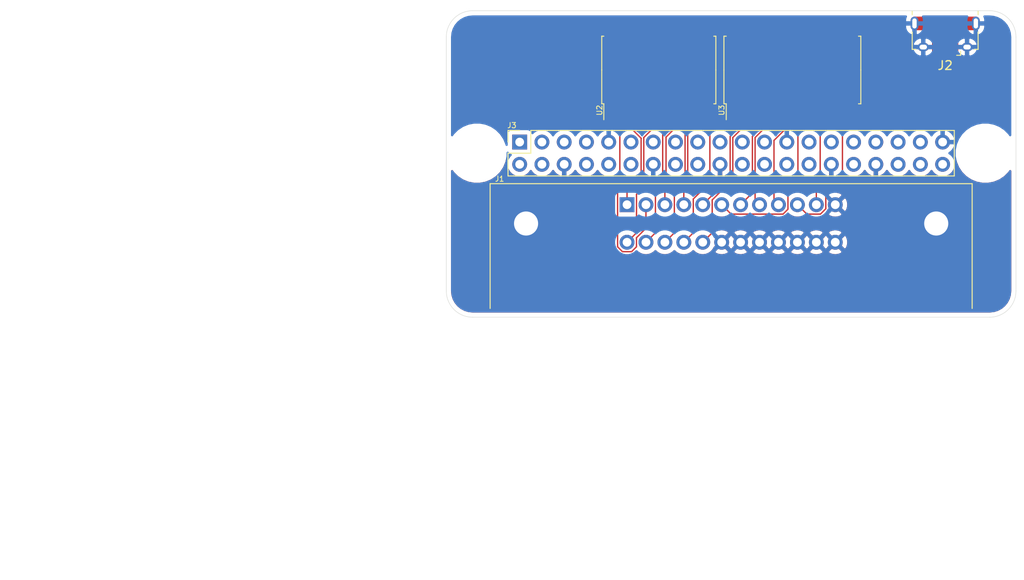
<source format=kicad_pcb>
(kicad_pcb (version 20171130) (host pcbnew 5.99.0+really5.1.10+dfsg1-1)

  (general
    (thickness 1.6)
    (drawings 8)
    (tracks 131)
    (zones 0)
    (modules 7)
    (nets 79)
  )

  (page A4)
  (layers
    (0 F.Cu signal)
    (31 B.Cu signal)
    (32 B.Adhes user)
    (33 F.Adhes user)
    (34 B.Paste user)
    (35 F.Paste user)
    (36 B.SilkS user)
    (37 F.SilkS user hide)
    (38 B.Mask user)
    (39 F.Mask user)
    (40 Dwgs.User user)
    (41 Cmts.User user)
    (42 Eco1.User user)
    (43 Eco2.User user)
    (44 Edge.Cuts user)
    (45 Margin user)
    (46 B.CrtYd user)
    (47 F.CrtYd user hide)
    (48 B.Fab user hide)
    (49 F.Fab user hide)
  )

  (setup
    (last_trace_width 0.1524)
    (trace_clearance 0.1524)
    (zone_clearance 0.508)
    (zone_45_only no)
    (trace_min 0.1524)
    (via_size 0.508)
    (via_drill 0.254)
    (via_min_size 0.508)
    (via_min_drill 0.254)
    (uvia_size 0.508)
    (uvia_drill 0.254)
    (uvias_allowed no)
    (uvia_min_size 0.508)
    (uvia_min_drill 0.254)
    (edge_width 0.05)
    (segment_width 0.2)
    (pcb_text_width 0.3)
    (pcb_text_size 1.5 1.5)
    (mod_edge_width 0.12)
    (mod_text_size 1 1)
    (mod_text_width 0.15)
    (pad_size 6.25 6.25)
    (pad_drill 2.75)
    (pad_to_mask_clearance 0)
    (aux_axis_origin 0 0)
    (grid_origin 127 110)
    (visible_elements FFFFFF7F)
    (pcbplotparams
      (layerselection 0x010fc_ffffffff)
      (usegerberextensions false)
      (usegerberattributes true)
      (usegerberadvancedattributes true)
      (creategerberjobfile true)
      (excludeedgelayer true)
      (linewidth 0.100000)
      (plotframeref false)
      (viasonmask false)
      (mode 1)
      (useauxorigin false)
      (hpglpennumber 1)
      (hpglpenspeed 20)
      (hpglpendiameter 15.000000)
      (psnegative false)
      (psa4output false)
      (plotreference true)
      (plotvalue true)
      (plotinvisibletext false)
      (padsonsilk false)
      (subtractmaskfromsilk false)
      (outputformat 1)
      (mirror false)
      (drillshape 1)
      (scaleselection 1)
      (outputdirectory ""))
  )

  (net 0 "")
  (net 1 /DIO1)
  (net 2 /DIO2)
  (net 3 /DIO3)
  (net 4 /DIO4)
  (net 5 /EOI)
  (net 6 /DAV)
  (net 7 /NRFD)
  (net 8 /NDAC)
  (net 9 /IFC)
  (net 10 /SRQ)
  (net 11 /ATN)
  (net 12 /DIO5)
  (net 13 /DIO6)
  (net 14 /DIO7)
  (net 15 /DIO8)
  (net 16 /REN)
  (net 17 GND)
  (net 18 "Net-(J2-Pad4)")
  (net 19 "Net-(J2-Pad3)")
  (net 20 "Net-(J2-Pad2)")
  (net 21 "Net-(J2-Pad1)")
  (net 22 "Net-(J3-Pad1)")
  (net 23 "Net-(J3-Pad2)")
  (net 24 "Net-(J3-Pad3)")
  (net 25 "Net-(J3-Pad4)")
  (net 26 "Net-(J3-Pad5)")
  (net 27 "Net-(J3-Pad7)")
  (net 28 "Net-(J3-Pad8)")
  (net 29 "Net-(J3-Pad10)")
  (net 30 "Net-(J3-Pad11)")
  (net 31 "Net-(J3-Pad12)")
  (net 32 "Net-(J3-Pad13)")
  (net 33 "Net-(J3-Pad15)")
  (net 34 "Net-(J3-Pad16)")
  (net 35 "Net-(J3-Pad17)")
  (net 36 "Net-(J3-Pad18)")
  (net 37 "Net-(J3-Pad19)")
  (net 38 "Net-(J3-Pad21)")
  (net 39 "Net-(J3-Pad22)")
  (net 40 "Net-(J3-Pad23)")
  (net 41 "Net-(J3-Pad24)")
  (net 42 "Net-(J3-Pad26)")
  (net 43 "Net-(J3-Pad27)")
  (net 44 "Net-(J3-Pad28)")
  (net 45 "Net-(J3-Pad29)")
  (net 46 "Net-(J3-Pad31)")
  (net 47 "Net-(J3-Pad32)")
  (net 48 "Net-(J3-Pad33)")
  (net 49 "Net-(J3-Pad35)")
  (net 50 "Net-(J3-Pad36)")
  (net 51 "Net-(J3-Pad37)")
  (net 52 "Net-(J3-Pad38)")
  (net 53 "Net-(J3-Pad40)")
  (net 54 "Net-(U2-Pad1)")
  (net 55 "Net-(U2-Pad11)")
  (net 56 "Net-(U2-Pad12)")
  (net 57 "Net-(U2-Pad13)")
  (net 58 "Net-(U2-Pad14)")
  (net 59 "Net-(U2-Pad15)")
  (net 60 "Net-(U2-Pad16)")
  (net 61 "Net-(U2-Pad17)")
  (net 62 "Net-(U2-Pad18)")
  (net 63 "Net-(U2-Pad19)")
  (net 64 +5V)
  (net 65 "Net-(U3-Pad1)")
  (net 66 "Net-(U3-Pad2)")
  (net 67 "Net-(U3-Pad11)")
  (net 68 "Net-(U3-Pad13)")
  (net 69 "Net-(U3-Pad14)")
  (net 70 "Net-(U3-Pad15)")
  (net 71 "Net-(U3-Pad16)")
  (net 72 "Net-(U3-Pad17)")
  (net 73 "Net-(U3-Pad18)")
  (net 74 "Net-(U3-Pad19)")
  (net 75 "Net-(U3-Pad20)")
  (net 76 "Net-(U3-Pad21)")
  (net 77 "Net-(U3-Pad22)")
  (net 78 "Net-(U3-Pad23)")

  (net_class Default "This is the default net class."
    (clearance 0.1524)
    (trace_width 0.1524)
    (via_dia 0.508)
    (via_drill 0.254)
    (uvia_dia 0.508)
    (uvia_drill 0.254)
    (diff_pair_width 0.1524)
    (diff_pair_gap 0.1524)
    (add_net /ATN)
    (add_net /DAV)
    (add_net /DIO1)
    (add_net /DIO2)
    (add_net /DIO3)
    (add_net /DIO4)
    (add_net /DIO5)
    (add_net /DIO6)
    (add_net /DIO7)
    (add_net /DIO8)
    (add_net /EOI)
    (add_net /IFC)
    (add_net /NDAC)
    (add_net /NRFD)
    (add_net /REN)
    (add_net /SRQ)
    (add_net "Net-(J2-Pad1)")
    (add_net "Net-(J2-Pad2)")
    (add_net "Net-(J2-Pad3)")
    (add_net "Net-(J2-Pad4)")
    (add_net "Net-(J3-Pad1)")
    (add_net "Net-(J3-Pad10)")
    (add_net "Net-(J3-Pad11)")
    (add_net "Net-(J3-Pad12)")
    (add_net "Net-(J3-Pad13)")
    (add_net "Net-(J3-Pad15)")
    (add_net "Net-(J3-Pad16)")
    (add_net "Net-(J3-Pad17)")
    (add_net "Net-(J3-Pad18)")
    (add_net "Net-(J3-Pad19)")
    (add_net "Net-(J3-Pad2)")
    (add_net "Net-(J3-Pad21)")
    (add_net "Net-(J3-Pad22)")
    (add_net "Net-(J3-Pad23)")
    (add_net "Net-(J3-Pad24)")
    (add_net "Net-(J3-Pad26)")
    (add_net "Net-(J3-Pad27)")
    (add_net "Net-(J3-Pad28)")
    (add_net "Net-(J3-Pad29)")
    (add_net "Net-(J3-Pad3)")
    (add_net "Net-(J3-Pad31)")
    (add_net "Net-(J3-Pad32)")
    (add_net "Net-(J3-Pad33)")
    (add_net "Net-(J3-Pad35)")
    (add_net "Net-(J3-Pad36)")
    (add_net "Net-(J3-Pad37)")
    (add_net "Net-(J3-Pad38)")
    (add_net "Net-(J3-Pad4)")
    (add_net "Net-(J3-Pad40)")
    (add_net "Net-(J3-Pad5)")
    (add_net "Net-(J3-Pad7)")
    (add_net "Net-(J3-Pad8)")
    (add_net "Net-(U2-Pad1)")
    (add_net "Net-(U2-Pad11)")
    (add_net "Net-(U2-Pad12)")
    (add_net "Net-(U2-Pad13)")
    (add_net "Net-(U2-Pad14)")
    (add_net "Net-(U2-Pad15)")
    (add_net "Net-(U2-Pad16)")
    (add_net "Net-(U2-Pad17)")
    (add_net "Net-(U2-Pad18)")
    (add_net "Net-(U2-Pad19)")
    (add_net "Net-(U3-Pad1)")
    (add_net "Net-(U3-Pad11)")
    (add_net "Net-(U3-Pad13)")
    (add_net "Net-(U3-Pad14)")
    (add_net "Net-(U3-Pad15)")
    (add_net "Net-(U3-Pad16)")
    (add_net "Net-(U3-Pad17)")
    (add_net "Net-(U3-Pad18)")
    (add_net "Net-(U3-Pad19)")
    (add_net "Net-(U3-Pad2)")
    (add_net "Net-(U3-Pad20)")
    (add_net "Net-(U3-Pad21)")
    (add_net "Net-(U3-Pad22)")
    (add_net "Net-(U3-Pad23)")
  )

  (net_class Power ""
    (clearance 0.1524)
    (trace_width 0.3048)
    (via_dia 0.508)
    (via_drill 0.254)
    (uvia_dia 0.508)
    (uvia_drill 0.254)
    (diff_pair_width 0.1524)
    (diff_pair_gap 0.1524)
    (add_net +5V)
    (add_net GND)
  )

  (module lib:PinSocket_2x20_P2.54mm_Vertical_Centered_Anchor (layer F.Cu) (tedit 5C78E1B8) (tstamp 61F3D21E)
    (at 127 110 90)
    (descr "Through hole straight socket strip, 2x20, 2.54mm pitch, double cols (from Kicad 4.0.7), script generated")
    (tags "Through hole socket strip THT 2x20 2.54mm double row")
    (path /61F54469)
    (fp_text reference J3 (at 1.905 -0.889 180) (layer F.SilkS)
      (effects (font (size 0.6 0.6) (thickness 0.1)))
    )
    (fp_text value RPI_GPIO (at 2.7 27.3) (layer F.Fab)
      (effects (font (size 1 1) (thickness 0.15)))
    )
    (fp_line (start -3.81 -1.27) (end 0.27 -1.27) (layer F.Fab) (width 0.1))
    (fp_line (start 0.27 -1.27) (end 1.27 -0.27) (layer F.Fab) (width 0.1))
    (fp_line (start 1.27 -0.27) (end 1.27 49.53) (layer F.Fab) (width 0.1))
    (fp_line (start 1.27 49.53) (end -3.81 49.53) (layer F.Fab) (width 0.1))
    (fp_line (start -3.81 49.53) (end -3.81 -1.27) (layer F.Fab) (width 0.1))
    (fp_line (start -3.87 -1.33) (end -1.27 -1.33) (layer F.SilkS) (width 0.12))
    (fp_line (start -3.87 -1.33) (end -3.87 49.59) (layer F.SilkS) (width 0.12))
    (fp_line (start -3.87 49.59) (end 1.33 49.59) (layer F.SilkS) (width 0.12))
    (fp_line (start 1.33 1.27) (end 1.33 49.59) (layer F.SilkS) (width 0.12))
    (fp_line (start -1.27 1.27) (end 1.33 1.27) (layer F.SilkS) (width 0.12))
    (fp_line (start -1.27 -1.33) (end -1.27 1.27) (layer F.SilkS) (width 0.12))
    (fp_line (start 1.33 -1.33) (end 1.33 0) (layer F.SilkS) (width 0.12))
    (fp_line (start 0 -1.33) (end 1.33 -1.33) (layer F.SilkS) (width 0.12))
    (fp_line (start -4.34 -1.8) (end 1.76 -1.8) (layer F.CrtYd) (width 0.05))
    (fp_line (start 1.76 -1.8) (end 1.76 50) (layer F.CrtYd) (width 0.05))
    (fp_line (start 1.76 50) (end -4.34 50) (layer F.CrtYd) (width 0.05))
    (fp_line (start -4.34 50) (end -4.34 -1.8) (layer F.CrtYd) (width 0.05))
    (fp_text user %R (at 2.8 18.3 180) (layer F.Fab)
      (effects (font (size 1 1) (thickness 0.15)))
    )
    (pad 1 thru_hole rect (at 0 0 90) (size 1.7 1.7) (drill 1) (layers *.Cu *.Mask)
      (net 22 "Net-(J3-Pad1)"))
    (pad 2 thru_hole oval (at -2.54 0 90) (size 1.7 1.7) (drill 1) (layers *.Cu *.Mask)
      (net 23 "Net-(J3-Pad2)"))
    (pad 3 thru_hole oval (at 0 2.54 90) (size 1.7 1.7) (drill 1) (layers *.Cu *.Mask)
      (net 24 "Net-(J3-Pad3)"))
    (pad 4 thru_hole oval (at -2.54 2.54 90) (size 1.7 1.7) (drill 1) (layers *.Cu *.Mask)
      (net 25 "Net-(J3-Pad4)"))
    (pad 5 thru_hole oval (at 0 5.08 90) (size 1.7 1.7) (drill 1) (layers *.Cu *.Mask)
      (net 26 "Net-(J3-Pad5)"))
    (pad 6 thru_hole oval (at -2.54 5.08 90) (size 1.7 1.7) (drill 1) (layers *.Cu *.Mask)
      (net 17 GND))
    (pad 7 thru_hole oval (at 0 7.62 90) (size 1.7 1.7) (drill 1) (layers *.Cu *.Mask)
      (net 27 "Net-(J3-Pad7)"))
    (pad 8 thru_hole oval (at -2.54 7.62 90) (size 1.7 1.7) (drill 1) (layers *.Cu *.Mask)
      (net 28 "Net-(J3-Pad8)"))
    (pad 9 thru_hole oval (at 0 10.16 90) (size 1.7 1.7) (drill 1) (layers *.Cu *.Mask)
      (net 17 GND))
    (pad 10 thru_hole oval (at -2.54 10.16 90) (size 1.7 1.7) (drill 1) (layers *.Cu *.Mask)
      (net 29 "Net-(J3-Pad10)"))
    (pad 11 thru_hole oval (at 0 12.7 90) (size 1.7 1.7) (drill 1) (layers *.Cu *.Mask)
      (net 30 "Net-(J3-Pad11)"))
    (pad 12 thru_hole oval (at -2.54 12.7 90) (size 1.7 1.7) (drill 1) (layers *.Cu *.Mask)
      (net 31 "Net-(J3-Pad12)"))
    (pad 13 thru_hole oval (at 0 15.24 90) (size 1.7 1.7) (drill 1) (layers *.Cu *.Mask)
      (net 32 "Net-(J3-Pad13)"))
    (pad 14 thru_hole oval (at -2.54 15.24 90) (size 1.7 1.7) (drill 1) (layers *.Cu *.Mask)
      (net 17 GND))
    (pad 15 thru_hole oval (at 0 17.78 90) (size 1.7 1.7) (drill 1) (layers *.Cu *.Mask)
      (net 33 "Net-(J3-Pad15)"))
    (pad 16 thru_hole oval (at -2.54 17.78 90) (size 1.7 1.7) (drill 1) (layers *.Cu *.Mask)
      (net 34 "Net-(J3-Pad16)"))
    (pad 17 thru_hole oval (at 0 20.32 90) (size 1.7 1.7) (drill 1) (layers *.Cu *.Mask)
      (net 35 "Net-(J3-Pad17)"))
    (pad 18 thru_hole oval (at -2.54 20.32 90) (size 1.7 1.7) (drill 1) (layers *.Cu *.Mask)
      (net 36 "Net-(J3-Pad18)"))
    (pad 19 thru_hole oval (at 0 22.86 90) (size 1.7 1.7) (drill 1) (layers *.Cu *.Mask)
      (net 37 "Net-(J3-Pad19)"))
    (pad 20 thru_hole oval (at -2.54 22.86 90) (size 1.7 1.7) (drill 1) (layers *.Cu *.Mask)
      (net 17 GND))
    (pad 21 thru_hole oval (at 0 25.4 90) (size 1.7 1.7) (drill 1) (layers *.Cu *.Mask)
      (net 38 "Net-(J3-Pad21)"))
    (pad 22 thru_hole oval (at -2.54 25.4 90) (size 1.7 1.7) (drill 1) (layers *.Cu *.Mask)
      (net 39 "Net-(J3-Pad22)"))
    (pad 23 thru_hole oval (at 0 27.94 90) (size 1.7 1.7) (drill 1) (layers *.Cu *.Mask)
      (net 40 "Net-(J3-Pad23)"))
    (pad 24 thru_hole oval (at -2.54 27.94 90) (size 1.7 1.7) (drill 1) (layers *.Cu *.Mask)
      (net 41 "Net-(J3-Pad24)"))
    (pad 25 thru_hole oval (at 0 30.48 90) (size 1.7 1.7) (drill 1) (layers *.Cu *.Mask)
      (net 17 GND))
    (pad 26 thru_hole oval (at -2.54 30.48 90) (size 1.7 1.7) (drill 1) (layers *.Cu *.Mask)
      (net 42 "Net-(J3-Pad26)"))
    (pad 27 thru_hole oval (at 0 33.02 90) (size 1.7 1.7) (drill 1) (layers *.Cu *.Mask)
      (net 43 "Net-(J3-Pad27)"))
    (pad 28 thru_hole oval (at -2.54 33.02 90) (size 1.7 1.7) (drill 1) (layers *.Cu *.Mask)
      (net 44 "Net-(J3-Pad28)"))
    (pad 29 thru_hole oval (at 0 35.56 90) (size 1.7 1.7) (drill 1) (layers *.Cu *.Mask)
      (net 45 "Net-(J3-Pad29)"))
    (pad 30 thru_hole oval (at -2.54 35.56 90) (size 1.7 1.7) (drill 1) (layers *.Cu *.Mask)
      (net 17 GND))
    (pad 31 thru_hole oval (at 0 38.1 90) (size 1.7 1.7) (drill 1) (layers *.Cu *.Mask)
      (net 46 "Net-(J3-Pad31)"))
    (pad 32 thru_hole oval (at -2.54 38.1 90) (size 1.7 1.7) (drill 1) (layers *.Cu *.Mask)
      (net 47 "Net-(J3-Pad32)"))
    (pad 33 thru_hole oval (at 0 40.64 90) (size 1.7 1.7) (drill 1) (layers *.Cu *.Mask)
      (net 48 "Net-(J3-Pad33)"))
    (pad 34 thru_hole oval (at -2.54 40.64 90) (size 1.7 1.7) (drill 1) (layers *.Cu *.Mask)
      (net 17 GND))
    (pad 35 thru_hole oval (at 0 43.18 90) (size 1.7 1.7) (drill 1) (layers *.Cu *.Mask)
      (net 49 "Net-(J3-Pad35)"))
    (pad 36 thru_hole oval (at -2.54 43.18 90) (size 1.7 1.7) (drill 1) (layers *.Cu *.Mask)
      (net 50 "Net-(J3-Pad36)"))
    (pad 37 thru_hole oval (at 0 45.72 90) (size 1.7 1.7) (drill 1) (layers *.Cu *.Mask)
      (net 51 "Net-(J3-Pad37)"))
    (pad 38 thru_hole oval (at -2.54 45.72 90) (size 1.7 1.7) (drill 1) (layers *.Cu *.Mask)
      (net 52 "Net-(J3-Pad38)"))
    (pad 39 thru_hole oval (at 0 48.26 90) (size 1.7 1.7) (drill 1) (layers *.Cu *.Mask)
      (net 17 GND))
    (pad 40 thru_hole oval (at -2.54 48.26 90) (size 1.7 1.7) (drill 1) (layers *.Cu *.Mask)
      (net 53 "Net-(J3-Pad40)"))
    (model ${KISYS3DMOD}/Connector_PinSocket_2.54mm.3dshapes/PinSocket_2x20_P2.54mm_Vertical.wrl
      (at (xyz 0 0 0))
      (scale (xyz 1 1 1))
      (rotate (xyz 0 0 0))
    )
  )

  (module Connector_USB:USB_Micro-B_Amphenol_10118194_Horizontal locked (layer F.Cu) (tedit 5F2142B6) (tstamp 61F3CD63)
    (at 175.55 97.75 180)
    (descr "USB Micro-B receptacle, horizontal, SMD, 10118194, https://cdn.amphenol-icc.com/media/wysiwyg/files/drawing/10118194.pdf")
    (tags "USB Micro B horizontal SMD")
    (path /61F5C316)
    (attr smd)
    (fp_text reference J2 (at 0 -3.5) (layer F.SilkS)
      (effects (font (size 1 1) (thickness 0.15)))
    )
    (fp_text value USB_B_Micro (at 0 4.75) (layer F.Fab)
      (effects (font (size 1 1) (thickness 0.15)))
    )
    (fp_line (start -2.65 -1.55) (end 3.65 -1.55) (layer F.Fab) (width 0.1))
    (fp_line (start 3.65 -1.55) (end 3.65 3.45) (layer F.Fab) (width 0.1))
    (fp_line (start 3.65 3.45) (end -3.65 3.45) (layer F.Fab) (width 0.1))
    (fp_line (start -3.65 3.45) (end -3.65 -0.55) (layer F.Fab) (width 0.1))
    (fp_line (start 3.76 0.32) (end 3.76 -1.66) (layer F.SilkS) (width 0.12))
    (fp_line (start 3.76 -1.66) (end 3.34 -1.66) (layer F.SilkS) (width 0.12))
    (fp_line (start 3.76 2.29) (end 3.76 2.69) (layer F.SilkS) (width 0.12))
    (fp_line (start -3.76 2.69) (end -3.76 2.29) (layer F.SilkS) (width 0.12))
    (fp_line (start -3.76 0.32) (end -3.76 -1.66) (layer F.SilkS) (width 0.12))
    (fp_line (start -3.76 -1.66) (end -3.34 -1.66) (layer F.SilkS) (width 0.12))
    (fp_line (start 3 2.75) (end -3 2.75) (layer Dwgs.User) (width 0.1))
    (fp_line (start -4.45 3.95) (end 4.45 3.95) (layer F.CrtYd) (width 0.05))
    (fp_line (start -4.45 -2.58) (end 4.45 -2.58) (layer F.CrtYd) (width 0.05))
    (fp_line (start -4.45 -2.58) (end -4.45 3.95) (layer F.CrtYd) (width 0.05))
    (fp_line (start 4.45 -2.58) (end 4.45 3.95) (layer F.CrtYd) (width 0.05))
    (fp_line (start -1.31 -2.34) (end -1.76 -2.34) (layer F.SilkS) (width 0.12))
    (fp_line (start -1.76 -1.89) (end -1.76 -2.34) (layer F.SilkS) (width 0.12))
    (fp_line (start -3.65 -0.55) (end -2.65 -1.55) (layer F.Fab) (width 0.1))
    (fp_text user "PCB Edge" (at 0 2.75) (layer Dwgs.User)
      (effects (font (size 0.5 0.5) (thickness 0.08)))
    )
    (fp_text user %R (at 0 -0.05) (layer F.Fab)
      (effects (font (size 1 1) (thickness 0.15)))
    )
    (pad "" smd oval (at 2.5 -1.4 180) (size 1.25 0.95) (layers F.Paste))
    (pad "" smd oval (at -2.5 -1.4 180) (size 1.25 0.95) (layers F.Paste))
    (pad 6 thru_hole oval (at 3.5 1.3 180) (size 0.89 1.55) (drill oval 0.5 1.15) (layers *.Cu *.Mask)
      (net 17 GND))
    (pad 6 thru_hole oval (at -3.5 1.3 180) (size 0.89 1.55) (drill oval 0.5 1.15) (layers *.Cu *.Mask)
      (net 17 GND))
    (pad 6 smd rect (at 2.9 1.3 180) (size 1.2 1.55) (layers F.Cu F.Paste F.Mask)
      (net 17 GND))
    (pad 6 smd rect (at -2.9 1.3 180) (size 1.2 1.55) (layers F.Cu F.Paste F.Mask)
      (net 17 GND))
    (pad "" smd oval (at 3.5 1.3 180) (size 0.89 1.55) (layers F.Paste))
    (pad 6 smd rect (at 1 1.3 180) (size 1.5 1.55) (layers F.Cu F.Paste F.Mask)
      (net 17 GND))
    (pad 6 smd rect (at -1 1.3 180) (size 1.5 1.55) (layers F.Cu F.Paste F.Mask)
      (net 17 GND))
    (pad 6 thru_hole oval (at 2.5 -1.4 180) (size 1.25 0.95) (drill oval 0.85 0.55) (layers *.Cu *.Mask)
      (net 17 GND))
    (pad "" smd oval (at -3.5 1.3 180) (size 0.89 1.55) (layers F.Paste))
    (pad 6 thru_hole oval (at -2.5 -1.4 180) (size 1.25 0.95) (drill oval 0.85 0.55) (layers *.Cu *.Mask)
      (net 17 GND))
    (pad 5 smd rect (at 1.3 -1.4 180) (size 0.4 1.35) (layers F.Cu F.Paste F.Mask)
      (net 17 GND))
    (pad 4 smd rect (at 0.65 -1.4 180) (size 0.4 1.35) (layers F.Cu F.Paste F.Mask)
      (net 18 "Net-(J2-Pad4)"))
    (pad 3 smd rect (at 0 -1.4 180) (size 0.4 1.35) (layers F.Cu F.Paste F.Mask)
      (net 19 "Net-(J2-Pad3)"))
    (pad 2 smd rect (at -0.65 -1.4 180) (size 0.4 1.35) (layers F.Cu F.Paste F.Mask)
      (net 20 "Net-(J2-Pad2)"))
    (pad 1 smd rect (at -1.3 -1.4 180) (size 0.4 1.35) (layers F.Cu F.Paste F.Mask)
      (net 21 "Net-(J2-Pad1)"))
    (model ${KISYS3DMOD}/Connector_USB.3dshapes/USB_Micro-B_Amphenol_10118194_Horizontal.wrl
      (at (xyz 0 0 0))
      (scale (xyz 1 1 1))
      (rotate (xyz 0 0 0))
    )
  )

  (module local:NorComp_112-024-113R001 (layer F.Cu) (tedit 61F39C33) (tstamp 61F35466)
    (at 151.13 130)
    (path /61F395DA)
    (fp_text reference J1 (at -26.416 -15.8) (layer F.SilkS)
      (effects (font (size 0.6 0.6) (thickness 0.1)))
    )
    (fp_text value GPIB (at 0 -16.5) (layer F.Fab)
      (effects (font (size 1 1) (thickness 0.15)))
    )
    (fp_line (start 27.85 -15.6) (end 27.85 0) (layer F.CrtYd) (width 0.05))
    (fp_line (start -27.85 -15.6) (end -27.85 0) (layer F.CrtYd) (width 0.05))
    (fp_line (start -27.35 0) (end -18.15 0) (layer F.Fab) (width 0.1))
    (fp_line (start 18.15 0) (end 27.35 0) (layer F.Fab) (width 0.1))
    (fp_line (start -18.15 0) (end -18.15 8.5) (layer F.Fab) (width 0.1))
    (fp_line (start 18.15 8.5) (end 18.15 0) (layer F.Fab) (width 0.1))
    (fp_line (start -18.15 8.5) (end 18.15 8.5) (layer F.Fab) (width 0.1))
    (fp_line (start -13 -14) (end -11 -14) (layer F.Fab) (width 0.1))
    (fp_line (start -13 -12) (end -13 -14) (layer F.Fab) (width 0.1))
    (fp_line (start 27.35 -15.1) (end 27.35 0) (layer F.Fab) (width 0.1))
    (fp_line (start -27.35 -15.1) (end -27.35 0) (layer F.Fab) (width 0.1))
    (fp_line (start -27.35 -15.1) (end 27.35 -15.1) (layer F.Fab) (width 0.1))
    (fp_line (start -10 0) (end 10 0) (layer Dwgs.User) (width 0.1))
    (fp_line (start 27.5 -15.25) (end 27.5 -1) (layer F.SilkS) (width 0.12))
    (fp_line (start -27.5 -15.25) (end 27.5 -15.25) (layer F.SilkS) (width 0.12))
    (fp_line (start -27.5 -15.25) (end -27.5 -1) (layer F.SilkS) (width 0.12))
    (fp_line (start -27.85 -15.6) (end 27.85 -15.6) (layer F.CrtYd) (width 0.05))
    (fp_line (start -27.85 0) (end -83.4 0) (layer F.CrtYd) (width 0.05))
    (fp_line (start 27.85 0) (end 33.4 0) (layer F.CrtYd) (width 0.05))
    (fp_line (start -83.4 30) (end 33.4 30) (layer F.CrtYd) (width 0.05))
    (fp_line (start -83.4 30) (end -83.4 0) (layer F.CrtYd) (width 0.05))
    (fp_line (start 33.4 30) (end 33.4 0) (layer F.CrtYd) (width 0.05))
    (fp_text user %R (at 0 -7.5) (layer F.Fab)
      (effects (font (size 1 1) (thickness 0.15)))
    )
    (fp_text user "PCB Edge" (at 0 0) (layer Dwgs.User)
      (effects (font (size 1 1) (thickness 0.15)))
    )
    (pad 24 thru_hole circle (at 11.88 -8.56) (size 1.7 1.7) (drill 1) (layers *.Cu *.Mask)
      (net 17 GND))
    (pad 23 thru_hole circle (at 9.72 -8.56) (size 1.7 1.7) (drill 1) (layers *.Cu *.Mask)
      (net 17 GND))
    (pad 22 thru_hole circle (at 7.56 -8.56) (size 1.7 1.7) (drill 1) (layers *.Cu *.Mask)
      (net 17 GND))
    (pad 21 thru_hole circle (at 5.4 -8.56) (size 1.7 1.7) (drill 1) (layers *.Cu *.Mask)
      (net 17 GND))
    (pad 20 thru_hole circle (at 3.24 -8.56) (size 1.7 1.7) (drill 1) (layers *.Cu *.Mask)
      (net 17 GND))
    (pad 19 thru_hole circle (at 1.08 -8.56) (size 1.7 1.7) (drill 1) (layers *.Cu *.Mask)
      (net 17 GND))
    (pad 18 thru_hole circle (at -1.08 -8.56) (size 1.7 1.7) (drill 1) (layers *.Cu *.Mask)
      (net 17 GND))
    (pad 17 thru_hole circle (at -3.24 -8.56) (size 1.7 1.7) (drill 1) (layers *.Cu *.Mask)
      (net 16 /REN))
    (pad 16 thru_hole circle (at -5.4 -8.56) (size 1.7 1.7) (drill 1) (layers *.Cu *.Mask)
      (net 15 /DIO8))
    (pad 15 thru_hole circle (at -7.56 -8.56) (size 1.7 1.7) (drill 1) (layers *.Cu *.Mask)
      (net 14 /DIO7))
    (pad 14 thru_hole circle (at -9.72 -8.56) (size 1.7 1.7) (drill 1) (layers *.Cu *.Mask)
      (net 13 /DIO6))
    (pad 13 thru_hole circle (at -11.88 -8.56) (size 1.7 1.7) (drill 1) (layers *.Cu *.Mask)
      (net 12 /DIO5))
    (pad 12 thru_hole circle (at 11.88 -12.85) (size 1.7 1.7) (drill 1) (layers *.Cu *.Mask)
      (net 17 GND))
    (pad 11 thru_hole circle (at 9.72 -12.85) (size 1.7 1.7) (drill 1) (layers *.Cu *.Mask)
      (net 11 /ATN))
    (pad 10 thru_hole circle (at 7.56 -12.85) (size 1.7 1.7) (drill 1) (layers *.Cu *.Mask)
      (net 10 /SRQ))
    (pad 9 thru_hole circle (at 5.4 -12.85) (size 1.7 1.7) (drill 1) (layers *.Cu *.Mask)
      (net 9 /IFC))
    (pad 8 thru_hole circle (at 3.24 -12.85) (size 1.7 1.7) (drill 1) (layers *.Cu *.Mask)
      (net 8 /NDAC))
    (pad 7 thru_hole circle (at 1.08 -12.85) (size 1.7 1.7) (drill 1) (layers *.Cu *.Mask)
      (net 7 /NRFD))
    (pad 6 thru_hole circle (at -1.08 -12.85) (size 1.7 1.7) (drill 1) (layers *.Cu *.Mask)
      (net 6 /DAV))
    (pad 5 thru_hole circle (at -3.24 -12.85) (size 1.7 1.7) (drill 1) (layers *.Cu *.Mask)
      (net 5 /EOI))
    (pad 4 thru_hole circle (at -5.4 -12.85) (size 1.7 1.7) (drill 1) (layers *.Cu *.Mask)
      (net 4 /DIO4))
    (pad 3 thru_hole circle (at -7.56 -12.85) (size 1.7 1.7) (drill 1) (layers *.Cu *.Mask)
      (net 3 /DIO3))
    (pad 2 thru_hole circle (at -9.72 -12.85) (size 1.7 1.7) (drill 1) (layers *.Cu *.Mask)
      (net 2 /DIO2))
    (pad 1 thru_hole rect (at -11.88 -12.85) (size 1.7 1.7) (drill 1) (layers *.Cu *.Mask)
      (net 1 /DIO1))
    (pad PE thru_hole circle (at 23.4 -10.7) (size 6.25 6.25) (drill 2.75) (layers *.Cu *.Mask)
      (net 17 GND) (zone_connect 2))
    (pad PE thru_hole circle (at -23.4 -10.7) (size 6.25 6.25) (drill 2.75) (layers *.Cu *.Mask)
      (net 17 GND) (zone_connect 2))
    (model ${KIPRJMOD}/../local.3dshapes/NorComp_112-024-113R001.step
      (offset (xyz 0 -0.25 7.8))
      (scale (xyz 1 1 1))
      (rotate (xyz 0 180 180))
    )
  )

  (module local:MountingHole_RPi_HAT (layer F.Cu) (tedit 5CDD29B7) (tstamp 61F35649)
    (at 122.13 111.27)
    (descr "Mounting Hole 2.7mm, no annular, M2.5")
    (tags "mounting hole 2.7mm no annular m2.5")
    (path /5C7C4C81)
    (attr virtual)
    (fp_text reference H1 (at 0 -3.7) (layer F.SilkS) hide
      (effects (font (size 1 1) (thickness 0.15)))
    )
    (fp_text value MountingHole (at 0 3.7) (layer F.Fab) hide
      (effects (font (size 1 1) (thickness 0.15)))
    )
    (fp_circle (center 0 0) (end 2.95 0) (layer F.CrtYd) (width 0.05))
    (fp_text user %R (at 0.3 0) (layer F.Fab)
      (effects (font (size 1 1) (thickness 0.15)))
    )
    (pad "" np_thru_hole circle (at 0 0) (size 2.75 2.75) (drill 2.75) (layers *.Cu *.Mask)
      (solder_mask_margin 1.75) (clearance 2))
  )

  (module local:MountingHole_RPi_HAT (layer F.Cu) (tedit 5CDD29B7) (tstamp 61F35643)
    (at 180.13 111.27)
    (descr "Mounting Hole 2.7mm, no annular, M2.5")
    (tags "mounting hole 2.7mm no annular m2.5")
    (path /5C7C7FBC)
    (attr virtual)
    (fp_text reference H2 (at 0 -3.7) (layer F.SilkS) hide
      (effects (font (size 1 1) (thickness 0.15)))
    )
    (fp_text value MountingHole (at 0 3.7) (layer F.Fab) hide
      (effects (font (size 1 1) (thickness 0.15)))
    )
    (fp_circle (center 0 0) (end 2.95 0) (layer F.CrtYd) (width 0.05))
    (fp_text user %R (at 0.3 0) (layer F.Fab)
      (effects (font (size 1 1) (thickness 0.15)))
    )
    (pad "" np_thru_hole circle (at 0 0) (size 2.75 2.75) (drill 2.75) (layers *.Cu *.Mask)
      (solder_mask_margin 1.75) (clearance 2))
  )

  (module Package_SO:SOIC-20W_7.5x12.8mm_P1.27mm (layer F.Cu) (tedit 5D9F72B1) (tstamp 61F3AF6D)
    (at 142.875 101.769 90)
    (descr "SOIC, 20 Pin (JEDEC MS-013AC, https://www.analog.com/media/en/package-pcb-resources/package/233848rw_20.pdf), generated with kicad-footprint-generator ipc_gullwing_generator.py")
    (tags "SOIC SO")
    (path /61F5D28D)
    (attr smd)
    (fp_text reference U2 (at -4.6 -6.765 90) (layer F.SilkS)
      (effects (font (size 0.6 0.6) (thickness 0.1)))
    )
    (fp_text value SN75160BDW (at 0 7.35 90) (layer F.Fab)
      (effects (font (size 1 1) (thickness 0.15)))
    )
    (fp_line (start 0 6.51) (end 3.86 6.51) (layer F.SilkS) (width 0.12))
    (fp_line (start 3.86 6.51) (end 3.86 6.275) (layer F.SilkS) (width 0.12))
    (fp_line (start 0 6.51) (end -3.86 6.51) (layer F.SilkS) (width 0.12))
    (fp_line (start -3.86 6.51) (end -3.86 6.275) (layer F.SilkS) (width 0.12))
    (fp_line (start 0 -6.51) (end 3.86 -6.51) (layer F.SilkS) (width 0.12))
    (fp_line (start 3.86 -6.51) (end 3.86 -6.275) (layer F.SilkS) (width 0.12))
    (fp_line (start 0 -6.51) (end -3.86 -6.51) (layer F.SilkS) (width 0.12))
    (fp_line (start -3.86 -6.51) (end -3.86 -6.275) (layer F.SilkS) (width 0.12))
    (fp_line (start -3.86 -6.275) (end -5.675 -6.275) (layer F.SilkS) (width 0.12))
    (fp_line (start -2.75 -6.4) (end 3.75 -6.4) (layer F.Fab) (width 0.1))
    (fp_line (start 3.75 -6.4) (end 3.75 6.4) (layer F.Fab) (width 0.1))
    (fp_line (start 3.75 6.4) (end -3.75 6.4) (layer F.Fab) (width 0.1))
    (fp_line (start -3.75 6.4) (end -3.75 -5.4) (layer F.Fab) (width 0.1))
    (fp_line (start -3.75 -5.4) (end -2.75 -6.4) (layer F.Fab) (width 0.1))
    (fp_line (start -5.93 -6.65) (end -5.93 6.65) (layer F.CrtYd) (width 0.05))
    (fp_line (start -5.93 6.65) (end 5.93 6.65) (layer F.CrtYd) (width 0.05))
    (fp_line (start 5.93 6.65) (end 5.93 -6.65) (layer F.CrtYd) (width 0.05))
    (fp_line (start 5.93 -6.65) (end -5.93 -6.65) (layer F.CrtYd) (width 0.05))
    (fp_text user %R (at 0 0 90) (layer F.Fab)
      (effects (font (size 1 1) (thickness 0.15)))
    )
    (pad 1 smd roundrect (at -4.65 -5.715 90) (size 2.05 0.6) (layers F.Cu F.Paste F.Mask) (roundrect_rratio 0.25)
      (net 54 "Net-(U2-Pad1)"))
    (pad 2 smd roundrect (at -4.65 -4.445 90) (size 2.05 0.6) (layers F.Cu F.Paste F.Mask) (roundrect_rratio 0.25)
      (net 1 /DIO1))
    (pad 3 smd roundrect (at -4.65 -3.175 90) (size 2.05 0.6) (layers F.Cu F.Paste F.Mask) (roundrect_rratio 0.25)
      (net 2 /DIO2))
    (pad 4 smd roundrect (at -4.65 -1.905 90) (size 2.05 0.6) (layers F.Cu F.Paste F.Mask) (roundrect_rratio 0.25)
      (net 3 /DIO3))
    (pad 5 smd roundrect (at -4.65 -0.635 90) (size 2.05 0.6) (layers F.Cu F.Paste F.Mask) (roundrect_rratio 0.25)
      (net 4 /DIO4))
    (pad 6 smd roundrect (at -4.65 0.635 90) (size 2.05 0.6) (layers F.Cu F.Paste F.Mask) (roundrect_rratio 0.25)
      (net 12 /DIO5))
    (pad 7 smd roundrect (at -4.65 1.905 90) (size 2.05 0.6) (layers F.Cu F.Paste F.Mask) (roundrect_rratio 0.25)
      (net 13 /DIO6))
    (pad 8 smd roundrect (at -4.65 3.175 90) (size 2.05 0.6) (layers F.Cu F.Paste F.Mask) (roundrect_rratio 0.25)
      (net 14 /DIO7))
    (pad 9 smd roundrect (at -4.65 4.445 90) (size 2.05 0.6) (layers F.Cu F.Paste F.Mask) (roundrect_rratio 0.25)
      (net 15 /DIO8))
    (pad 10 smd roundrect (at -4.65 5.715 90) (size 2.05 0.6) (layers F.Cu F.Paste F.Mask) (roundrect_rratio 0.25)
      (net 17 GND))
    (pad 11 smd roundrect (at 4.65 5.715 90) (size 2.05 0.6) (layers F.Cu F.Paste F.Mask) (roundrect_rratio 0.25)
      (net 55 "Net-(U2-Pad11)"))
    (pad 12 smd roundrect (at 4.65 4.445 90) (size 2.05 0.6) (layers F.Cu F.Paste F.Mask) (roundrect_rratio 0.25)
      (net 56 "Net-(U2-Pad12)"))
    (pad 13 smd roundrect (at 4.65 3.175 90) (size 2.05 0.6) (layers F.Cu F.Paste F.Mask) (roundrect_rratio 0.25)
      (net 57 "Net-(U2-Pad13)"))
    (pad 14 smd roundrect (at 4.65 1.905 90) (size 2.05 0.6) (layers F.Cu F.Paste F.Mask) (roundrect_rratio 0.25)
      (net 58 "Net-(U2-Pad14)"))
    (pad 15 smd roundrect (at 4.65 0.635 90) (size 2.05 0.6) (layers F.Cu F.Paste F.Mask) (roundrect_rratio 0.25)
      (net 59 "Net-(U2-Pad15)"))
    (pad 16 smd roundrect (at 4.65 -0.635 90) (size 2.05 0.6) (layers F.Cu F.Paste F.Mask) (roundrect_rratio 0.25)
      (net 60 "Net-(U2-Pad16)"))
    (pad 17 smd roundrect (at 4.65 -1.905 90) (size 2.05 0.6) (layers F.Cu F.Paste F.Mask) (roundrect_rratio 0.25)
      (net 61 "Net-(U2-Pad17)"))
    (pad 18 smd roundrect (at 4.65 -3.175 90) (size 2.05 0.6) (layers F.Cu F.Paste F.Mask) (roundrect_rratio 0.25)
      (net 62 "Net-(U2-Pad18)"))
    (pad 19 smd roundrect (at 4.65 -4.445 90) (size 2.05 0.6) (layers F.Cu F.Paste F.Mask) (roundrect_rratio 0.25)
      (net 63 "Net-(U2-Pad19)"))
    (pad 20 smd roundrect (at 4.65 -5.715 90) (size 2.05 0.6) (layers F.Cu F.Paste F.Mask) (roundrect_rratio 0.25)
      (net 64 +5V))
    (model ${KISYS3DMOD}/Package_SO.3dshapes/SOIC-20W_7.5x12.8mm_P1.27mm.wrl
      (at (xyz 0 0 0))
      (scale (xyz 1 1 1))
      (rotate (xyz 0 0 0))
    )
  )

  (module Package_SO:SOIC-24W_7.5x15.4mm_P1.27mm (layer F.Cu) (tedit 5D9F72B1) (tstamp 61F3AFEF)
    (at 158.115 101.769 90)
    (descr "SOIC, 24 Pin (JEDEC MS-013AD, https://www.analog.com/media/en/package-pcb-resources/package/pkg_pdf/soic_wide-rw/RW_24.pdf), generated with kicad-footprint-generator ipc_gullwing_generator.py")
    (tags "SOIC SO")
    (path /61F5E696)
    (attr smd)
    (fp_text reference U3 (at -4.6 -8.065 90) (layer F.SilkS)
      (effects (font (size 0.6 0.6) (thickness 0.1)))
    )
    (fp_text value SN75162BDW (at 0 8.65 90) (layer F.Fab)
      (effects (font (size 1 1) (thickness 0.15)))
    )
    (fp_line (start 0 7.81) (end 3.86 7.81) (layer F.SilkS) (width 0.12))
    (fp_line (start 3.86 7.81) (end 3.86 7.545) (layer F.SilkS) (width 0.12))
    (fp_line (start 0 7.81) (end -3.86 7.81) (layer F.SilkS) (width 0.12))
    (fp_line (start -3.86 7.81) (end -3.86 7.545) (layer F.SilkS) (width 0.12))
    (fp_line (start 0 -7.81) (end 3.86 -7.81) (layer F.SilkS) (width 0.12))
    (fp_line (start 3.86 -7.81) (end 3.86 -7.545) (layer F.SilkS) (width 0.12))
    (fp_line (start 0 -7.81) (end -3.86 -7.81) (layer F.SilkS) (width 0.12))
    (fp_line (start -3.86 -7.81) (end -3.86 -7.545) (layer F.SilkS) (width 0.12))
    (fp_line (start -3.86 -7.545) (end -5.675 -7.545) (layer F.SilkS) (width 0.12))
    (fp_line (start -2.75 -7.7) (end 3.75 -7.7) (layer F.Fab) (width 0.1))
    (fp_line (start 3.75 -7.7) (end 3.75 7.7) (layer F.Fab) (width 0.1))
    (fp_line (start 3.75 7.7) (end -3.75 7.7) (layer F.Fab) (width 0.1))
    (fp_line (start -3.75 7.7) (end -3.75 -6.7) (layer F.Fab) (width 0.1))
    (fp_line (start -3.75 -6.7) (end -2.75 -7.7) (layer F.Fab) (width 0.1))
    (fp_line (start -5.93 -7.95) (end -5.93 7.95) (layer F.CrtYd) (width 0.05))
    (fp_line (start -5.93 7.95) (end 5.93 7.95) (layer F.CrtYd) (width 0.05))
    (fp_line (start 5.93 7.95) (end 5.93 -7.95) (layer F.CrtYd) (width 0.05))
    (fp_line (start 5.93 -7.95) (end -5.93 -7.95) (layer F.CrtYd) (width 0.05))
    (fp_text user %R (at 0 0 90) (layer F.Fab)
      (effects (font (size 1 1) (thickness 0.15)))
    )
    (pad 1 smd roundrect (at -4.65 -6.985 90) (size 2.05 0.6) (layers F.Cu F.Paste F.Mask) (roundrect_rratio 0.25)
      (net 65 "Net-(U3-Pad1)"))
    (pad 2 smd roundrect (at -4.65 -5.715 90) (size 2.05 0.6) (layers F.Cu F.Paste F.Mask) (roundrect_rratio 0.25)
      (net 66 "Net-(U3-Pad2)"))
    (pad 3 smd roundrect (at -4.65 -4.445 90) (size 2.05 0.6) (layers F.Cu F.Paste F.Mask) (roundrect_rratio 0.25)
      (net 16 /REN))
    (pad 4 smd roundrect (at -4.65 -3.175 90) (size 2.05 0.6) (layers F.Cu F.Paste F.Mask) (roundrect_rratio 0.25)
      (net 9 /IFC))
    (pad 5 smd roundrect (at -4.65 -1.905 90) (size 2.05 0.6) (layers F.Cu F.Paste F.Mask) (roundrect_rratio 0.25)
      (net 8 /NDAC))
    (pad 6 smd roundrect (at -4.65 -0.635 90) (size 2.05 0.6) (layers F.Cu F.Paste F.Mask) (roundrect_rratio 0.25)
      (net 7 /NRFD))
    (pad 7 smd roundrect (at -4.65 0.635 90) (size 2.05 0.6) (layers F.Cu F.Paste F.Mask) (roundrect_rratio 0.25)
      (net 6 /DAV))
    (pad 8 smd roundrect (at -4.65 1.905 90) (size 2.05 0.6) (layers F.Cu F.Paste F.Mask) (roundrect_rratio 0.25)
      (net 5 /EOI))
    (pad 9 smd roundrect (at -4.65 3.175 90) (size 2.05 0.6) (layers F.Cu F.Paste F.Mask) (roundrect_rratio 0.25)
      (net 11 /ATN))
    (pad 10 smd roundrect (at -4.65 4.445 90) (size 2.05 0.6) (layers F.Cu F.Paste F.Mask) (roundrect_rratio 0.25)
      (net 10 /SRQ))
    (pad 11 smd roundrect (at -4.65 5.715 90) (size 2.05 0.6) (layers F.Cu F.Paste F.Mask) (roundrect_rratio 0.25)
      (net 67 "Net-(U3-Pad11)"))
    (pad 12 smd roundrect (at -4.65 6.985 90) (size 2.05 0.6) (layers F.Cu F.Paste F.Mask) (roundrect_rratio 0.25)
      (net 17 GND))
    (pad 13 smd roundrect (at 4.65 6.985 90) (size 2.05 0.6) (layers F.Cu F.Paste F.Mask) (roundrect_rratio 0.25)
      (net 68 "Net-(U3-Pad13)"))
    (pad 14 smd roundrect (at 4.65 5.715 90) (size 2.05 0.6) (layers F.Cu F.Paste F.Mask) (roundrect_rratio 0.25)
      (net 69 "Net-(U3-Pad14)"))
    (pad 15 smd roundrect (at 4.65 4.445 90) (size 2.05 0.6) (layers F.Cu F.Paste F.Mask) (roundrect_rratio 0.25)
      (net 70 "Net-(U3-Pad15)"))
    (pad 16 smd roundrect (at 4.65 3.175 90) (size 2.05 0.6) (layers F.Cu F.Paste F.Mask) (roundrect_rratio 0.25)
      (net 71 "Net-(U3-Pad16)"))
    (pad 17 smd roundrect (at 4.65 1.905 90) (size 2.05 0.6) (layers F.Cu F.Paste F.Mask) (roundrect_rratio 0.25)
      (net 72 "Net-(U3-Pad17)"))
    (pad 18 smd roundrect (at 4.65 0.635 90) (size 2.05 0.6) (layers F.Cu F.Paste F.Mask) (roundrect_rratio 0.25)
      (net 73 "Net-(U3-Pad18)"))
    (pad 19 smd roundrect (at 4.65 -0.635 90) (size 2.05 0.6) (layers F.Cu F.Paste F.Mask) (roundrect_rratio 0.25)
      (net 74 "Net-(U3-Pad19)"))
    (pad 20 smd roundrect (at 4.65 -1.905 90) (size 2.05 0.6) (layers F.Cu F.Paste F.Mask) (roundrect_rratio 0.25)
      (net 75 "Net-(U3-Pad20)"))
    (pad 21 smd roundrect (at 4.65 -3.175 90) (size 2.05 0.6) (layers F.Cu F.Paste F.Mask) (roundrect_rratio 0.25)
      (net 76 "Net-(U3-Pad21)"))
    (pad 22 smd roundrect (at 4.65 -4.445 90) (size 2.05 0.6) (layers F.Cu F.Paste F.Mask) (roundrect_rratio 0.25)
      (net 77 "Net-(U3-Pad22)"))
    (pad 23 smd roundrect (at 4.65 -5.715 90) (size 2.05 0.6) (layers F.Cu F.Paste F.Mask) (roundrect_rratio 0.25)
      (net 78 "Net-(U3-Pad23)"))
    (pad 24 smd roundrect (at 4.65 -6.985 90) (size 2.05 0.6) (layers F.Cu F.Paste F.Mask) (roundrect_rratio 0.25)
      (net 64 +5V))
    (model ${KISYS3DMOD}/Package_SO.3dshapes/SOIC-24W_7.5x15.4mm_P1.27mm.wrl
      (at (xyz 0 0 0))
      (scale (xyz 1 1 1))
      (rotate (xyz 0 0 0))
    )
  )

  (gr_line (start 180.63 130) (end 121.63 130) (layer Edge.Cuts) (width 0.05) (tstamp 61F36C9F))
  (gr_line (start 183.63 127) (end 183.63 98) (layer Edge.Cuts) (width 0.05) (tstamp 61F36C9E))
  (gr_arc (start 180.63 127) (end 183.63 127) (angle 90) (layer Edge.Cuts) (width 0.05) (tstamp 61F36C95))
  (gr_line (start 118.63 127) (end 118.63 98) (layer Edge.Cuts) (width 0.05) (tstamp 61F36C93))
  (gr_arc (start 121.63 127) (end 121.63 130) (angle 90) (layer Edge.Cuts) (width 0.05) (tstamp 61F36BC3))
  (gr_arc (start 121.63 98) (end 118.63 98) (angle 90) (layer Edge.Cuts) (width 0.05) (tstamp 61F36BB9))
  (gr_arc (start 180.63 98) (end 180.63 95) (angle 90) (layer Edge.Cuts) (width 0.05))
  (gr_line (start 180.63 95) (end 121.63 95) (layer Edge.Cuts) (width 0.05))

  (segment (start 138.557 116.457) (end 139.25 117.15) (width 0.1524) (layer F.Cu) (net 1) (status 30))
  (segment (start 138.43 106.419) (end 138.557 106.546) (width 0.1524) (layer F.Cu) (net 1) (status 30))
  (segment (start 139.319 108.603) (end 138.43 107.714) (width 0.1524) (layer F.Cu) (net 1))
  (segment (start 138.43 107.714) (end 138.43 106.419) (width 0.1524) (layer F.Cu) (net 1) (status 20))
  (segment (start 139.89933 108.603) (end 139.319 108.603) (width 0.1524) (layer F.Cu) (net 1))
  (segment (start 140.856589 109.560259) (end 139.89933 108.603) (width 0.1524) (layer F.Cu) (net 1))
  (segment (start 140.856589 113.669411) (end 140.856589 109.560259) (width 0.1524) (layer F.Cu) (net 1))
  (segment (start 139.25 115.276) (end 140.856589 113.669411) (width 0.1524) (layer F.Cu) (net 1))
  (segment (start 139.25 117.15) (end 139.25 115.276) (width 0.1524) (layer F.Cu) (net 1) (status 10))
  (segment (start 139.7 105.174) (end 139.7 106.419) (width 0.1524) (layer F.Cu) (net 2) (status 20))
  (segment (start 139.446 104.92) (end 139.7 105.174) (width 0.1524) (layer F.Cu) (net 2))
  (segment (start 141.41 117.15) (end 141.41 119.840872) (width 0.1524) (layer F.Cu) (net 2) (status 10))
  (segment (start 141.41 119.840872) (end 140.328601 120.922271) (width 0.1524) (layer F.Cu) (net 2))
  (segment (start 138.171399 121.957729) (end 138.171399 114.068601) (width 0.1524) (layer F.Cu) (net 2))
  (segment (start 138.176 104.92) (end 139.446 104.92) (width 0.1524) (layer F.Cu) (net 2))
  (segment (start 139.767729 122.518601) (end 138.732271 122.518601) (width 0.1524) (layer F.Cu) (net 2))
  (segment (start 138.732271 122.518601) (end 138.171399 121.957729) (width 0.1524) (layer F.Cu) (net 2))
  (segment (start 138.171399 114.068601) (end 138.43 113.81) (width 0.1524) (layer F.Cu) (net 2))
  (segment (start 140.328601 120.922271) (end 140.328601 121.957729) (width 0.1524) (layer F.Cu) (net 2))
  (segment (start 140.328601 121.957729) (end 139.767729 122.518601) (width 0.1524) (layer F.Cu) (net 2))
  (segment (start 137.90139 105.19461) (end 138.176 104.92) (width 0.1524) (layer F.Cu) (net 2))
  (segment (start 138.43 113.81) (end 138.43 108.145066) (width 0.1524) (layer F.Cu) (net 2))
  (segment (start 138.43 108.145066) (end 137.90139 107.616456) (width 0.1524) (layer F.Cu) (net 2))
  (segment (start 137.90139 107.616456) (end 137.90139 105.19461) (width 0.1524) (layer F.Cu) (net 2))
  (segment (start 140.97 105.174) (end 140.97 106.419) (width 0.1524) (layer F.Cu) (net 3) (status 20))
  (segment (start 141.224 104.92) (end 140.97 105.174) (width 0.1524) (layer F.Cu) (net 3))
  (segment (start 145.161 104.92) (end 141.224 104.92) (width 0.1524) (layer F.Cu) (net 3))
  (segment (start 145.415 105.174) (end 145.161 104.92) (width 0.1524) (layer F.Cu) (net 3))
  (segment (start 145.415 107.714) (end 145.415 105.174) (width 0.1524) (layer F.Cu) (net 3))
  (segment (start 143.701399 109.427601) (end 145.415 107.714) (width 0.1524) (layer F.Cu) (net 3))
  (segment (start 143.701399 113.932601) (end 143.701399 109.427601) (width 0.1524) (layer F.Cu) (net 3))
  (segment (start 143.57 114.064) (end 143.701399 113.932601) (width 0.1524) (layer F.Cu) (net 3))
  (segment (start 143.57 117.15) (end 143.57 114.064) (width 0.1524) (layer F.Cu) (net 3) (status 10))
  (segment (start 142.24 107.714) (end 142.24 106.419) (width 0.1524) (layer F.Cu) (net 4) (status 20))
  (segment (start 141.986 107.968) (end 142.24 107.714) (width 0.1524) (layer F.Cu) (net 4))
  (segment (start 140.589 107.968) (end 141.986 107.968) (width 0.1524) (layer F.Cu) (net 4))
  (segment (start 140.335 107.714) (end 140.589 107.968) (width 0.1524) (layer F.Cu) (net 4))
  (segment (start 140.335 105.174) (end 140.335 107.714) (width 0.1524) (layer F.Cu) (net 4))
  (segment (start 146.12619 104.61519) (end 140.89381 104.61519) (width 0.1524) (layer F.Cu) (net 4))
  (segment (start 146.685 105.174) (end 146.12619 104.61519) (width 0.1524) (layer F.Cu) (net 4))
  (segment (start 146.685 107.714) (end 146.685 105.174) (width 0.1524) (layer F.Cu) (net 4))
  (segment (start 140.89381 104.61519) (end 140.335 105.174) (width 0.1524) (layer F.Cu) (net 4))
  (segment (start 146.177 108.222) (end 146.685 107.714) (width 0.1524) (layer F.Cu) (net 4))
  (segment (start 146.177 113.937) (end 146.177 108.222) (width 0.1524) (layer F.Cu) (net 4))
  (segment (start 145.73 114.384) (end 146.177 113.937) (width 0.1524) (layer F.Cu) (net 4))
  (segment (start 145.73 117.15) (end 145.73 114.384) (width 0.1524) (layer F.Cu) (net 4) (status 10))
  (segment (start 159.156378 104.310378) (end 160.02 105.174) (width 0.1524) (layer F.Cu) (net 5))
  (segment (start 153.898622 104.310378) (end 159.156378 104.310378) (width 0.1524) (layer F.Cu) (net 5))
  (segment (start 160.02 105.174) (end 160.02 106.419) (width 0.1524) (layer F.Cu) (net 5) (status 20))
  (segment (start 153.035 105.174) (end 153.898622 104.310378) (width 0.1524) (layer F.Cu) (net 5))
  (segment (start 152.450811 108.298189) (end 153.035 107.714) (width 0.1524) (layer F.Cu) (net 5))
  (segment (start 153.035 107.714) (end 153.035 105.174) (width 0.1524) (layer F.Cu) (net 5))
  (segment (start 152.074414 108.298189) (end 152.450811 108.298189) (width 0.1524) (layer F.Cu) (net 5))
  (segment (start 151.016588 109.356015) (end 152.074414 108.298189) (width 0.1524) (layer F.Cu) (net 5))
  (segment (start 151.016588 114.023412) (end 151.016588 109.356015) (width 0.1524) (layer F.Cu) (net 5))
  (segment (start 147.89 117.15) (end 151.016588 114.023412) (width 0.1524) (layer F.Cu) (net 5) (status 10))
  (segment (start 158.75 114.064) (end 158.75 106.419) (width 0.1524) (layer F.Cu) (net 6) (status 20))
  (segment (start 157.611399 117.664931) (end 157.611399 115.202601) (width 0.1524) (layer F.Cu) (net 6))
  (segment (start 157.611399 115.202601) (end 158.75 114.064) (width 0.1524) (layer F.Cu) (net 6))
  (segment (start 157.047729 118.228601) (end 157.611399 117.664931) (width 0.1524) (layer F.Cu) (net 6))
  (segment (start 151.128601 118.228601) (end 157.047729 118.228601) (width 0.1524) (layer F.Cu) (net 6))
  (segment (start 150.05 117.15) (end 151.128601 118.228601) (width 0.1524) (layer F.Cu) (net 6) (status 10))
  (segment (start 154.614414 108.298189) (end 153.556588 109.356015) (width 0.1524) (layer F.Cu) (net 7))
  (segment (start 155.010044 108.298189) (end 154.614414 108.298189) (width 0.1524) (layer F.Cu) (net 7))
  (segment (start 155.575 107.733233) (end 155.010044 108.298189) (width 0.1524) (layer F.Cu) (net 7))
  (segment (start 153.556588 115.803412) (end 152.21 117.15) (width 0.1524) (layer F.Cu) (net 7) (status 20))
  (segment (start 155.829 104.92) (end 155.575 105.174) (width 0.1524) (layer F.Cu) (net 7))
  (segment (start 157.226 104.92) (end 155.829 104.92) (width 0.1524) (layer F.Cu) (net 7))
  (segment (start 153.556588 109.356015) (end 153.556588 115.803412) (width 0.1524) (layer F.Cu) (net 7))
  (segment (start 157.48 105.174) (end 157.226 104.92) (width 0.1524) (layer F.Cu) (net 7))
  (segment (start 155.575 105.174) (end 155.575 107.733233) (width 0.1524) (layer F.Cu) (net 7))
  (segment (start 157.48 106.419) (end 157.48 105.174) (width 0.1524) (layer F.Cu) (net 7) (status 10))
  (segment (start 155.282534 108.603) (end 156.21 107.675534) (width 0.1524) (layer F.Cu) (net 8))
  (segment (start 154.74067 108.603) (end 155.282534 108.603) (width 0.1524) (layer F.Cu) (net 8))
  (segment (start 156.21 107.675534) (end 156.21 106.419) (width 0.1524) (layer F.Cu) (net 8) (status 20))
  (segment (start 153.861399 116.641399) (end 153.861399 109.482271) (width 0.1524) (layer F.Cu) (net 8) (status 10))
  (segment (start 154.37 117.15) (end 153.861399 116.641399) (width 0.1524) (layer F.Cu) (net 8) (status 30))
  (segment (start 153.861399 109.482271) (end 154.74067 108.603) (width 0.1524) (layer F.Cu) (net 8))
  (segment (start 155.481811 104.615189) (end 154.94 105.157) (width 0.1524) (layer F.Cu) (net 9))
  (segment (start 157.556189 104.615189) (end 155.481811 104.615189) (width 0.1524) (layer F.Cu) (net 9))
  (segment (start 158.115 105.174) (end 157.556189 104.615189) (width 0.1524) (layer F.Cu) (net 9))
  (segment (start 158.115 107.714) (end 158.115 105.174) (width 0.1524) (layer F.Cu) (net 9))
  (segment (start 156.018601 109.810399) (end 158.115 107.714) (width 0.1524) (layer F.Cu) (net 9))
  (segment (start 156.018601 116.638601) (end 156.018601 109.810399) (width 0.1524) (layer F.Cu) (net 9) (status 10))
  (segment (start 154.94 105.157) (end 154.94 106.419) (width 0.1524) (layer F.Cu) (net 9) (status 20))
  (segment (start 156.53 117.15) (end 156.018601 116.638601) (width 0.1524) (layer F.Cu) (net 9) (status 30))
  (segment (start 161.931399 117.613601) (end 161.931399 115.835601) (width 0.1524) (layer F.Cu) (net 10))
  (segment (start 161.316399 118.228601) (end 161.931399 117.613601) (width 0.1524) (layer F.Cu) (net 10))
  (segment (start 162.56 107.685109) (end 162.56 106.419) (width 0.1524) (layer F.Cu) (net 10) (status 20))
  (segment (start 159.768601 118.228601) (end 161.316399 118.228601) (width 0.1524) (layer F.Cu) (net 10))
  (segment (start 163.83 108.955109) (end 162.56 107.685109) (width 0.1524) (layer F.Cu) (net 10))
  (segment (start 163.83 113.937) (end 163.83 108.955109) (width 0.1524) (layer F.Cu) (net 10))
  (segment (start 161.931399 115.835601) (end 163.83 113.937) (width 0.1524) (layer F.Cu) (net 10))
  (segment (start 158.69 117.15) (end 159.768601 118.228601) (width 0.1524) (layer F.Cu) (net 10) (status 10))
  (segment (start 161.29 106.419) (end 161.29 113.937) (width 0.1524) (layer F.Cu) (net 11) (status 10))
  (segment (start 160.85 114.377) (end 160.85 117.15) (width 0.1524) (layer F.Cu) (net 11) (status 20))
  (segment (start 161.29 113.937) (end 160.85 114.377) (width 0.1524) (layer F.Cu) (net 11))
  (segment (start 143.51 107.714) (end 143.51 106.419) (width 0.1524) (layer F.Cu) (net 12) (status 20))
  (segment (start 142.621 108.603) (end 143.51 107.714) (width 0.1524) (layer F.Cu) (net 12))
  (segment (start 142.04067 108.603) (end 142.621 108.603) (width 0.1524) (layer F.Cu) (net 12))
  (segment (start 141.161399 109.482271) (end 142.04067 108.603) (width 0.1524) (layer F.Cu) (net 12))
  (segment (start 141.161399 115.142601) (end 141.161399 109.482271) (width 0.1524) (layer F.Cu) (net 12))
  (segment (start 140.331399 115.972601) (end 141.161399 115.142601) (width 0.1524) (layer F.Cu) (net 12))
  (segment (start 140.331399 120.358601) (end 140.331399 115.972601) (width 0.1524) (layer F.Cu) (net 12))
  (segment (start 139.25 121.44) (end 140.331399 120.358601) (width 0.1524) (layer F.Cu) (net 12) (status 10))
  (segment (start 144.78 107.714) (end 144.78 106.419) (width 0.1524) (layer F.Cu) (net 13) (status 20))
  (segment (start 143.318601 113.747399) (end 143.318601 109.175399) (width 0.1524) (layer F.Cu) (net 13))
  (segment (start 142.491399 114.574601) (end 143.318601 113.747399) (width 0.1524) (layer F.Cu) (net 13))
  (segment (start 143.318601 109.175399) (end 144.78 107.714) (width 0.1524) (layer F.Cu) (net 13))
  (segment (start 142.491399 120.358601) (end 142.491399 114.574601) (width 0.1524) (layer F.Cu) (net 13))
  (segment (start 141.41 121.44) (end 142.491399 120.358601) (width 0.1524) (layer F.Cu) (net 13) (status 10))
  (segment (start 144.651399 120.358601) (end 143.57 121.44) (width 0.1524) (layer F.Cu) (net 14) (status 20))
  (segment (start 145.872189 113.606811) (end 144.651399 114.827601) (width 0.1524) (layer F.Cu) (net 14))
  (segment (start 145.872189 107.891811) (end 145.872189 113.606811) (width 0.1524) (layer F.Cu) (net 14))
  (segment (start 146.05 107.714) (end 145.872189 107.891811) (width 0.1524) (layer F.Cu) (net 14))
  (segment (start 144.651399 114.827601) (end 144.651399 120.358601) (width 0.1524) (layer F.Cu) (net 14))
  (segment (start 146.05 106.419) (end 146.05 107.714) (width 0.1524) (layer F.Cu) (net 14) (status 10))
  (segment (start 147.32 107.714) (end 147.32 106.419) (width 0.1524) (layer F.Cu) (net 15) (status 20))
  (segment (start 148.70341 109.09741) (end 147.32 107.714) (width 0.1524) (layer F.Cu) (net 15))
  (segment (start 148.70341 114.607656) (end 148.70341 109.09741) (width 0.1524) (layer F.Cu) (net 15))
  (segment (start 146.811399 116.499667) (end 148.70341 114.607656) (width 0.1524) (layer F.Cu) (net 15))
  (segment (start 146.811399 120.358601) (end 146.811399 116.499667) (width 0.1524) (layer F.Cu) (net 15))
  (segment (start 145.73 121.44) (end 146.811399 120.358601) (width 0.1524) (layer F.Cu) (net 15) (status 10))
  (segment (start 153.67 107.714) (end 153.67 106.419) (width 0.1524) (layer F.Cu) (net 16) (status 20))
  (segment (start 152.20067 108.603) (end 152.781 108.603) (width 0.1524) (layer F.Cu) (net 16))
  (segment (start 151.321399 109.482271) (end 152.20067 108.603) (width 0.1524) (layer F.Cu) (net 16))
  (segment (start 152.781 108.603) (end 153.67 107.714) (width 0.1524) (layer F.Cu) (net 16))
  (segment (start 151.321399 114.253601) (end 151.321399 109.482271) (width 0.1524) (layer F.Cu) (net 16))
  (segment (start 148.968601 120.361399) (end 148.968601 116.606399) (width 0.1524) (layer F.Cu) (net 16))
  (segment (start 147.89 121.44) (end 148.968601 120.361399) (width 0.1524) (layer F.Cu) (net 16) (status 10))
  (segment (start 148.968601 116.606399) (end 151.321399 114.253601) (width 0.1524) (layer F.Cu) (net 16))

  (zone (net 17) (net_name GND) (layer B.Cu) (tstamp 0) (hatch edge 0.508)
    (connect_pads (clearance 0.508))
    (min_thickness 0.254)
    (fill yes (arc_segments 32) (thermal_gap 0.508) (thermal_bridge_width 0.508))
    (polygon
      (pts
        (xy 184 130) (xy 118 130) (xy 118 95) (xy 184 95)
      )
    )
    (filled_polygon
      (pts
        (xy 171.015528 95.784743) (xy 170.97 95.993) (xy 170.97 96.323) (xy 171.923 96.323) (xy 171.923 96.303)
        (xy 172.177 96.303) (xy 172.177 96.323) (xy 173.13 96.323) (xy 173.13 95.993) (xy 173.084472 95.784743)
        (xy 173.030021 95.66) (xy 178.069979 95.66) (xy 178.015528 95.784743) (xy 177.97 95.993) (xy 177.97 96.323)
        (xy 178.923 96.323) (xy 178.923 96.303) (xy 179.177 96.303) (xy 179.177 96.323) (xy 180.13 96.323)
        (xy 180.13 95.993) (xy 180.084472 95.784743) (xy 180.030021 95.66) (xy 180.597721 95.66) (xy 181.083893 95.70767)
        (xy 181.520498 95.839489) (xy 181.923185 96.0536) (xy 182.276612 96.341848) (xy 182.567327 96.693261) (xy 182.784242 97.094439)
        (xy 182.919106 97.530113) (xy 182.970001 98.014353) (xy 182.970001 109.216928) (xy 182.850181 109.037605) (xy 182.362395 108.549819)
        (xy 181.788819 108.166568) (xy 181.151496 107.90258) (xy 180.474917 107.768) (xy 179.785083 107.768) (xy 179.108504 107.90258)
        (xy 178.471181 108.166568) (xy 177.897605 108.549819) (xy 177.409819 109.037605) (xy 177.026568 109.611181) (xy 176.76258 110.248504)
        (xy 176.628 110.925083) (xy 176.628 111.614917) (xy 176.76258 112.291496) (xy 177.026568 112.928819) (xy 177.409819 113.502395)
        (xy 177.897605 113.990181) (xy 178.471181 114.373432) (xy 179.108504 114.63742) (xy 179.785083 114.772) (xy 180.474917 114.772)
        (xy 181.151496 114.63742) (xy 181.788819 114.373432) (xy 182.362395 113.990181) (xy 182.850181 113.502395) (xy 182.97 113.323072)
        (xy 182.97 126.967721) (xy 182.92233 127.453894) (xy 182.790512 127.890497) (xy 182.576399 128.293186) (xy 182.28815 128.646613)
        (xy 181.936739 128.937327) (xy 181.535564 129.15424) (xy 181.099886 129.289106) (xy 180.615664 129.34) (xy 121.662279 129.34)
        (xy 121.176106 129.29233) (xy 120.739503 129.160512) (xy 120.336814 128.946399) (xy 119.983387 128.65815) (xy 119.692673 128.306739)
        (xy 119.47576 127.905564) (xy 119.340894 127.469886) (xy 119.29 126.985664) (xy 119.29 121.29374) (xy 137.765 121.29374)
        (xy 137.765 121.58626) (xy 137.822068 121.873158) (xy 137.93401 122.143411) (xy 138.096525 122.386632) (xy 138.303368 122.593475)
        (xy 138.546589 122.75599) (xy 138.816842 122.867932) (xy 139.10374 122.925) (xy 139.39626 122.925) (xy 139.683158 122.867932)
        (xy 139.953411 122.75599) (xy 140.196632 122.593475) (xy 140.33 122.460107) (xy 140.463368 122.593475) (xy 140.706589 122.75599)
        (xy 140.976842 122.867932) (xy 141.26374 122.925) (xy 141.55626 122.925) (xy 141.843158 122.867932) (xy 142.113411 122.75599)
        (xy 142.356632 122.593475) (xy 142.49 122.460107) (xy 142.623368 122.593475) (xy 142.866589 122.75599) (xy 143.136842 122.867932)
        (xy 143.42374 122.925) (xy 143.71626 122.925) (xy 144.003158 122.867932) (xy 144.273411 122.75599) (xy 144.516632 122.593475)
        (xy 144.65 122.460107) (xy 144.783368 122.593475) (xy 145.026589 122.75599) (xy 145.296842 122.867932) (xy 145.58374 122.925)
        (xy 145.87626 122.925) (xy 146.163158 122.867932) (xy 146.433411 122.75599) (xy 146.676632 122.593475) (xy 146.81 122.460107)
        (xy 146.943368 122.593475) (xy 147.186589 122.75599) (xy 147.456842 122.867932) (xy 147.74374 122.925) (xy 148.03626 122.925)
        (xy 148.323158 122.867932) (xy 148.593411 122.75599) (xy 148.836632 122.593475) (xy 148.96171 122.468397) (xy 149.201208 122.468397)
        (xy 149.278843 122.717472) (xy 149.542883 122.843371) (xy 149.826411 122.915339) (xy 150.118531 122.930611) (xy 150.408019 122.888599)
        (xy 150.683747 122.790919) (xy 150.821157 122.717472) (xy 150.898792 122.468397) (xy 151.361208 122.468397) (xy 151.438843 122.717472)
        (xy 151.702883 122.843371) (xy 151.986411 122.915339) (xy 152.278531 122.930611) (xy 152.568019 122.888599) (xy 152.843747 122.790919)
        (xy 152.981157 122.717472) (xy 153.058792 122.468397) (xy 153.521208 122.468397) (xy 153.598843 122.717472) (xy 153.862883 122.843371)
        (xy 154.146411 122.915339) (xy 154.438531 122.930611) (xy 154.728019 122.888599) (xy 155.003747 122.790919) (xy 155.141157 122.717472)
        (xy 155.218792 122.468397) (xy 155.681208 122.468397) (xy 155.758843 122.717472) (xy 156.022883 122.843371) (xy 156.306411 122.915339)
        (xy 156.598531 122.930611) (xy 156.888019 122.888599) (xy 157.163747 122.790919) (xy 157.301157 122.717472) (xy 157.378792 122.468397)
        (xy 157.841208 122.468397) (xy 157.918843 122.717472) (xy 158.182883 122.843371) (xy 158.466411 122.915339) (xy 158.758531 122.930611)
        (xy 159.048019 122.888599) (xy 159.323747 122.790919) (xy 159.461157 122.717472) (xy 159.538792 122.468397) (xy 160.001208 122.468397)
        (xy 160.078843 122.717472) (xy 160.342883 122.843371) (xy 160.626411 122.915339) (xy 160.918531 122.930611) (xy 161.208019 122.888599)
        (xy 161.483747 122.790919) (xy 161.621157 122.717472) (xy 161.698792 122.468397) (xy 162.161208 122.468397) (xy 162.238843 122.717472)
        (xy 162.502883 122.843371) (xy 162.786411 122.915339) (xy 163.078531 122.930611) (xy 163.368019 122.888599) (xy 163.643747 122.790919)
        (xy 163.781157 122.717472) (xy 163.858792 122.468397) (xy 163.01 121.619605) (xy 162.161208 122.468397) (xy 161.698792 122.468397)
        (xy 160.85 121.619605) (xy 160.001208 122.468397) (xy 159.538792 122.468397) (xy 158.69 121.619605) (xy 157.841208 122.468397)
        (xy 157.378792 122.468397) (xy 156.53 121.619605) (xy 155.681208 122.468397) (xy 155.218792 122.468397) (xy 154.37 121.619605)
        (xy 153.521208 122.468397) (xy 153.058792 122.468397) (xy 152.21 121.619605) (xy 151.361208 122.468397) (xy 150.898792 122.468397)
        (xy 150.05 121.619605) (xy 149.201208 122.468397) (xy 148.96171 122.468397) (xy 149.043475 122.386632) (xy 149.20599 122.143411)
        (xy 149.233571 122.076824) (xy 149.870395 121.44) (xy 150.229605 121.44) (xy 150.856738 122.067133) (xy 150.859081 122.073747)
        (xy 150.932528 122.211157) (xy 151.031661 122.242056) (xy 151.078397 122.288792) (xy 151.13 122.272708) (xy 151.181603 122.288792)
        (xy 151.228339 122.242056) (xy 151.327472 122.211157) (xy 151.389659 122.080736) (xy 152.030395 121.44) (xy 152.389605 121.44)
        (xy 153.016738 122.067133) (xy 153.019081 122.073747) (xy 153.092528 122.211157) (xy 153.191661 122.242056) (xy 153.238397 122.288792)
        (xy 153.29 122.272708) (xy 153.341603 122.288792) (xy 153.388339 122.242056) (xy 153.487472 122.211157) (xy 153.549659 122.080736)
        (xy 154.190395 121.44) (xy 154.549605 121.44) (xy 155.176738 122.067133) (xy 155.179081 122.073747) (xy 155.252528 122.211157)
        (xy 155.351661 122.242056) (xy 155.398397 122.288792) (xy 155.45 122.272708) (xy 155.501603 122.288792) (xy 155.548339 122.242056)
        (xy 155.647472 122.211157) (xy 155.709659 122.080736) (xy 156.350395 121.44) (xy 156.709605 121.44) (xy 157.336738 122.067133)
        (xy 157.339081 122.073747) (xy 157.412528 122.211157) (xy 157.511661 122.242056) (xy 157.558397 122.288792) (xy 157.61 122.272708)
        (xy 157.661603 122.288792) (xy 157.708339 122.242056) (xy 157.807472 122.211157) (xy 157.869659 122.080736) (xy 158.510395 121.44)
        (xy 158.869605 121.44) (xy 159.496738 122.067133) (xy 159.499081 122.073747) (xy 159.572528 122.211157) (xy 159.671661 122.242056)
        (xy 159.718397 122.288792) (xy 159.77 122.272708) (xy 159.821603 122.288792) (xy 159.868339 122.242056) (xy 159.967472 122.211157)
        (xy 160.029659 122.080736) (xy 160.670395 121.44) (xy 161.029605 121.44) (xy 161.656738 122.067133) (xy 161.659081 122.073747)
        (xy 161.732528 122.211157) (xy 161.831661 122.242056) (xy 161.878397 122.288792) (xy 161.93 122.272708) (xy 161.981603 122.288792)
        (xy 162.028339 122.242056) (xy 162.127472 122.211157) (xy 162.189659 122.080736) (xy 162.830395 121.44) (xy 163.189605 121.44)
        (xy 164.038397 122.288792) (xy 164.287472 122.211157) (xy 164.413371 121.947117) (xy 164.485339 121.663589) (xy 164.500611 121.371469)
        (xy 164.458599 121.081981) (xy 164.360919 120.806253) (xy 164.287472 120.668843) (xy 164.038397 120.591208) (xy 163.189605 121.44)
        (xy 162.830395 121.44) (xy 162.203262 120.812867) (xy 162.200919 120.806253) (xy 162.127472 120.668843) (xy 162.028339 120.637944)
        (xy 161.981603 120.591208) (xy 161.93 120.607292) (xy 161.878397 120.591208) (xy 161.831661 120.637944) (xy 161.732528 120.668843)
        (xy 161.670341 120.799264) (xy 161.029605 121.44) (xy 160.670395 121.44) (xy 160.043262 120.812867) (xy 160.040919 120.806253)
        (xy 159.967472 120.668843) (xy 159.868339 120.637944) (xy 159.821603 120.591208) (xy 159.77 120.607292) (xy 159.718397 120.591208)
        (xy 159.671661 120.637944) (xy 159.572528 120.668843) (xy 159.510341 120.799264) (xy 158.869605 121.44) (xy 158.510395 121.44)
        (xy 157.883262 120.812867) (xy 157.880919 120.806253) (xy 157.807472 120.668843) (xy 157.708339 120.637944) (xy 157.661603 120.591208)
        (xy 157.61 120.607292) (xy 157.558397 120.591208) (xy 157.511661 120.637944) (xy 157.412528 120.668843) (xy 157.350341 120.799264)
        (xy 156.709605 121.44) (xy 156.350395 121.44) (xy 155.723262 120.812867) (xy 155.720919 120.806253) (xy 155.647472 120.668843)
        (xy 155.548339 120.637944) (xy 155.501603 120.591208) (xy 155.45 120.607292) (xy 155.398397 120.591208) (xy 155.351661 120.637944)
        (xy 155.252528 120.668843) (xy 155.190341 120.799264) (xy 154.549605 121.44) (xy 154.190395 121.44) (xy 153.563262 120.812867)
        (xy 153.560919 120.806253) (xy 153.487472 120.668843) (xy 153.388339 120.637944) (xy 153.341603 120.591208) (xy 153.29 120.607292)
        (xy 153.238397 120.591208) (xy 153.191661 120.637944) (xy 153.092528 120.668843) (xy 153.030341 120.799264) (xy 152.389605 121.44)
        (xy 152.030395 121.44) (xy 151.403262 120.812867) (xy 151.400919 120.806253) (xy 151.327472 120.668843) (xy 151.228339 120.637944)
        (xy 151.181603 120.591208) (xy 151.13 120.607292) (xy 151.078397 120.591208) (xy 151.031661 120.637944) (xy 150.932528 120.668843)
        (xy 150.870341 120.799264) (xy 150.229605 121.44) (xy 149.870395 121.44) (xy 149.233571 120.803176) (xy 149.20599 120.736589)
        (xy 149.043475 120.493368) (xy 148.96171 120.411603) (xy 149.201208 120.411603) (xy 150.05 121.260395) (xy 150.898792 120.411603)
        (xy 151.361208 120.411603) (xy 152.21 121.260395) (xy 153.058792 120.411603) (xy 153.521208 120.411603) (xy 154.37 121.260395)
        (xy 155.218792 120.411603) (xy 155.681208 120.411603) (xy 156.53 121.260395) (xy 157.378792 120.411603) (xy 157.841208 120.411603)
        (xy 158.69 121.260395) (xy 159.538792 120.411603) (xy 160.001208 120.411603) (xy 160.85 121.260395) (xy 161.698792 120.411603)
        (xy 162.161208 120.411603) (xy 163.01 121.260395) (xy 163.858792 120.411603) (xy 163.781157 120.162528) (xy 163.517117 120.036629)
        (xy 163.233589 119.964661) (xy 162.941469 119.949389) (xy 162.651981 119.991401) (xy 162.376253 120.089081) (xy 162.238843 120.162528)
        (xy 162.161208 120.411603) (xy 161.698792 120.411603) (xy 161.621157 120.162528) (xy 161.357117 120.036629) (xy 161.073589 119.964661)
        (xy 160.781469 119.949389) (xy 160.491981 119.991401) (xy 160.216253 120.089081) (xy 160.078843 120.162528) (xy 160.001208 120.411603)
        (xy 159.538792 120.411603) (xy 159.461157 120.162528) (xy 159.197117 120.036629) (xy 158.913589 119.964661) (xy 158.621469 119.949389)
        (xy 158.331981 119.991401) (xy 158.056253 120.089081) (xy 157.918843 120.162528) (xy 157.841208 120.411603) (xy 157.378792 120.411603)
        (xy 157.301157 120.162528) (xy 157.037117 120.036629) (xy 156.753589 119.964661) (xy 156.461469 119.949389) (xy 156.171981 119.991401)
        (xy 155.896253 120.089081) (xy 155.758843 120.162528) (xy 155.681208 120.411603) (xy 155.218792 120.411603) (xy 155.141157 120.162528)
        (xy 154.877117 120.036629) (xy 154.593589 119.964661) (xy 154.301469 119.949389) (xy 154.011981 119.991401) (xy 153.736253 120.089081)
        (xy 153.598843 120.162528) (xy 153.521208 120.411603) (xy 153.058792 120.411603) (xy 152.981157 120.162528) (xy 152.717117 120.036629)
        (xy 152.433589 119.964661) (xy 152.141469 119.949389) (xy 151.851981 119.991401) (xy 151.576253 120.089081) (xy 151.438843 120.162528)
        (xy 151.361208 120.411603) (xy 150.898792 120.411603) (xy 150.821157 120.162528) (xy 150.557117 120.036629) (xy 150.273589 119.964661)
        (xy 149.981469 119.949389) (xy 149.691981 119.991401) (xy 149.416253 120.089081) (xy 149.278843 120.162528) (xy 149.201208 120.411603)
        (xy 148.96171 120.411603) (xy 148.836632 120.286525) (xy 148.593411 120.12401) (xy 148.323158 120.012068) (xy 148.03626 119.955)
        (xy 147.74374 119.955) (xy 147.456842 120.012068) (xy 147.186589 120.12401) (xy 146.943368 120.286525) (xy 146.81 120.419893)
        (xy 146.676632 120.286525) (xy 146.433411 120.12401) (xy 146.163158 120.012068) (xy 145.87626 119.955) (xy 145.58374 119.955)
        (xy 145.296842 120.012068) (xy 145.026589 120.12401) (xy 144.783368 120.286525) (xy 144.65 120.419893) (xy 144.516632 120.286525)
        (xy 144.273411 120.12401) (xy 144.003158 120.012068) (xy 143.71626 119.955) (xy 143.42374 119.955) (xy 143.136842 120.012068)
        (xy 142.866589 120.12401) (xy 142.623368 120.286525) (xy 142.49 120.419893) (xy 142.356632 120.286525) (xy 142.113411 120.12401)
        (xy 141.843158 120.012068) (xy 141.55626 119.955) (xy 141.26374 119.955) (xy 140.976842 120.012068) (xy 140.706589 120.12401)
        (xy 140.463368 120.286525) (xy 140.33 120.419893) (xy 140.196632 120.286525) (xy 139.953411 120.12401) (xy 139.683158 120.012068)
        (xy 139.39626 119.955) (xy 139.10374 119.955) (xy 138.816842 120.012068) (xy 138.546589 120.12401) (xy 138.303368 120.286525)
        (xy 138.096525 120.493368) (xy 137.93401 120.736589) (xy 137.822068 121.006842) (xy 137.765 121.29374) (xy 119.29 121.29374)
        (xy 119.29 116.3) (xy 137.761928 116.3) (xy 137.761928 118) (xy 137.774188 118.124482) (xy 137.810498 118.24418)
        (xy 137.869463 118.354494) (xy 137.948815 118.451185) (xy 138.045506 118.530537) (xy 138.15582 118.589502) (xy 138.275518 118.625812)
        (xy 138.4 118.638072) (xy 140.1 118.638072) (xy 140.224482 118.625812) (xy 140.34418 118.589502) (xy 140.454494 118.530537)
        (xy 140.551185 118.451185) (xy 140.598375 118.393684) (xy 140.706589 118.46599) (xy 140.976842 118.577932) (xy 141.26374 118.635)
        (xy 141.55626 118.635) (xy 141.843158 118.577932) (xy 142.113411 118.46599) (xy 142.356632 118.303475) (xy 142.49 118.170107)
        (xy 142.623368 118.303475) (xy 142.866589 118.46599) (xy 143.136842 118.577932) (xy 143.42374 118.635) (xy 143.71626 118.635)
        (xy 144.003158 118.577932) (xy 144.273411 118.46599) (xy 144.516632 118.303475) (xy 144.65 118.170107) (xy 144.783368 118.303475)
        (xy 145.026589 118.46599) (xy 145.296842 118.577932) (xy 145.58374 118.635) (xy 145.87626 118.635) (xy 146.163158 118.577932)
        (xy 146.433411 118.46599) (xy 146.676632 118.303475) (xy 146.81 118.170107) (xy 146.943368 118.303475) (xy 147.186589 118.46599)
        (xy 147.456842 118.577932) (xy 147.74374 118.635) (xy 148.03626 118.635) (xy 148.323158 118.577932) (xy 148.593411 118.46599)
        (xy 148.836632 118.303475) (xy 148.97 118.170107) (xy 149.103368 118.303475) (xy 149.346589 118.46599) (xy 149.616842 118.577932)
        (xy 149.90374 118.635) (xy 150.19626 118.635) (xy 150.483158 118.577932) (xy 150.753411 118.46599) (xy 150.996632 118.303475)
        (xy 151.13 118.170107) (xy 151.263368 118.303475) (xy 151.506589 118.46599) (xy 151.776842 118.577932) (xy 152.06374 118.635)
        (xy 152.35626 118.635) (xy 152.643158 118.577932) (xy 152.913411 118.46599) (xy 153.156632 118.303475) (xy 153.29 118.170107)
        (xy 153.423368 118.303475) (xy 153.666589 118.46599) (xy 153.936842 118.577932) (xy 154.22374 118.635) (xy 154.51626 118.635)
        (xy 154.803158 118.577932) (xy 155.073411 118.46599) (xy 155.316632 118.303475) (xy 155.45 118.170107) (xy 155.583368 118.303475)
        (xy 155.826589 118.46599) (xy 156.096842 118.577932) (xy 156.38374 118.635) (xy 156.67626 118.635) (xy 156.963158 118.577932)
        (xy 157.233411 118.46599) (xy 157.476632 118.303475) (xy 157.61 118.170107) (xy 157.743368 118.303475) (xy 157.986589 118.46599)
        (xy 158.256842 118.577932) (xy 158.54374 118.635) (xy 158.83626 118.635) (xy 159.123158 118.577932) (xy 159.393411 118.46599)
        (xy 159.636632 118.303475) (xy 159.77 118.170107) (xy 159.903368 118.303475) (xy 160.146589 118.46599) (xy 160.416842 118.577932)
        (xy 160.70374 118.635) (xy 160.99626 118.635) (xy 161.283158 118.577932) (xy 161.553411 118.46599) (xy 161.796632 118.303475)
        (xy 161.92171 118.178397) (xy 162.161208 118.178397) (xy 162.238843 118.427472) (xy 162.502883 118.553371) (xy 162.786411 118.625339)
        (xy 163.078531 118.640611) (xy 163.368019 118.598599) (xy 163.643747 118.500919) (xy 163.781157 118.427472) (xy 163.858792 118.178397)
        (xy 163.01 117.329605) (xy 162.161208 118.178397) (xy 161.92171 118.178397) (xy 162.003475 118.096632) (xy 162.16599 117.853411)
        (xy 162.193571 117.786824) (xy 162.830395 117.15) (xy 163.189605 117.15) (xy 164.038397 117.998792) (xy 164.287472 117.921157)
        (xy 164.413371 117.657117) (xy 164.485339 117.373589) (xy 164.500611 117.081469) (xy 164.458599 116.791981) (xy 164.360919 116.516253)
        (xy 164.287472 116.378843) (xy 164.038397 116.301208) (xy 163.189605 117.15) (xy 162.830395 117.15) (xy 162.193571 116.513176)
        (xy 162.16599 116.446589) (xy 162.003475 116.203368) (xy 161.92171 116.121603) (xy 162.161208 116.121603) (xy 163.01 116.970395)
        (xy 163.858792 116.121603) (xy 163.781157 115.872528) (xy 163.517117 115.746629) (xy 163.233589 115.674661) (xy 162.941469 115.659389)
        (xy 162.651981 115.701401) (xy 162.376253 115.799081) (xy 162.238843 115.872528) (xy 162.161208 116.121603) (xy 161.92171 116.121603)
        (xy 161.796632 115.996525) (xy 161.553411 115.83401) (xy 161.283158 115.722068) (xy 160.99626 115.665) (xy 160.70374 115.665)
        (xy 160.416842 115.722068) (xy 160.146589 115.83401) (xy 159.903368 115.996525) (xy 159.77 116.129893) (xy 159.636632 115.996525)
        (xy 159.393411 115.83401) (xy 159.123158 115.722068) (xy 158.83626 115.665) (xy 158.54374 115.665) (xy 158.256842 115.722068)
        (xy 157.986589 115.83401) (xy 157.743368 115.996525) (xy 157.61 116.129893) (xy 157.476632 115.996525) (xy 157.233411 115.83401)
        (xy 156.963158 115.722068) (xy 156.67626 115.665) (xy 156.38374 115.665) (xy 156.096842 115.722068) (xy 155.826589 115.83401)
        (xy 155.583368 115.996525) (xy 155.45 116.129893) (xy 155.316632 115.996525) (xy 155.073411 115.83401) (xy 154.803158 115.722068)
        (xy 154.51626 115.665) (xy 154.22374 115.665) (xy 153.936842 115.722068) (xy 153.666589 115.83401) (xy 153.423368 115.996525)
        (xy 153.29 116.129893) (xy 153.156632 115.996525) (xy 152.913411 115.83401) (xy 152.643158 115.722068) (xy 152.35626 115.665)
        (xy 152.06374 115.665) (xy 151.776842 115.722068) (xy 151.506589 115.83401) (xy 151.263368 115.996525) (xy 151.13 116.129893)
        (xy 150.996632 115.996525) (xy 150.753411 115.83401) (xy 150.483158 115.722068) (xy 150.19626 115.665) (xy 149.90374 115.665)
        (xy 149.616842 115.722068) (xy 149.346589 115.83401) (xy 149.103368 115.996525) (xy 148.97 116.129893) (xy 148.836632 115.996525)
        (xy 148.593411 115.83401) (xy 148.323158 115.722068) (xy 148.03626 115.665) (xy 147.74374 115.665) (xy 147.456842 115.722068)
        (xy 147.186589 115.83401) (xy 146.943368 115.996525) (xy 146.81 116.129893) (xy 146.676632 115.996525) (xy 146.433411 115.83401)
        (xy 146.163158 115.722068) (xy 145.87626 115.665) (xy 145.58374 115.665) (xy 145.296842 115.722068) (xy 145.026589 115.83401)
        (xy 144.783368 115.996525) (xy 144.65 116.129893) (xy 144.516632 115.996525) (xy 144.273411 115.83401) (xy 144.003158 115.722068)
        (xy 143.71626 115.665) (xy 143.42374 115.665) (xy 143.136842 115.722068) (xy 142.866589 115.83401) (xy 142.623368 115.996525)
        (xy 142.49 116.129893) (xy 142.356632 115.996525) (xy 142.113411 115.83401) (xy 141.843158 115.722068) (xy 141.55626 115.665)
        (xy 141.26374 115.665) (xy 140.976842 115.722068) (xy 140.706589 115.83401) (xy 140.598375 115.906316) (xy 140.551185 115.848815)
        (xy 140.454494 115.769463) (xy 140.34418 115.710498) (xy 140.224482 115.674188) (xy 140.1 115.661928) (xy 138.4 115.661928)
        (xy 138.275518 115.674188) (xy 138.15582 115.710498) (xy 138.045506 115.769463) (xy 137.948815 115.848815) (xy 137.869463 115.945506)
        (xy 137.810498 116.05582) (xy 137.774188 116.175518) (xy 137.761928 116.3) (xy 119.29 116.3) (xy 119.29 113.323073)
        (xy 119.409819 113.502395) (xy 119.897605 113.990181) (xy 120.471181 114.373432) (xy 121.108504 114.63742) (xy 121.785083 114.772)
        (xy 122.474917 114.772) (xy 123.151496 114.63742) (xy 123.788819 114.373432) (xy 124.362395 113.990181) (xy 124.850181 113.502395)
        (xy 125.233432 112.928819) (xy 125.49742 112.291496) (xy 125.632 111.614917) (xy 125.632 111.21977) (xy 125.698815 111.301185)
        (xy 125.795506 111.380537) (xy 125.90582 111.439502) (xy 125.97838 111.461513) (xy 125.846525 111.593368) (xy 125.68401 111.836589)
        (xy 125.572068 112.106842) (xy 125.515 112.39374) (xy 125.515 112.68626) (xy 125.572068 112.973158) (xy 125.68401 113.243411)
        (xy 125.846525 113.486632) (xy 126.053368 113.693475) (xy 126.296589 113.85599) (xy 126.566842 113.967932) (xy 126.85374 114.025)
        (xy 127.14626 114.025) (xy 127.433158 113.967932) (xy 127.703411 113.85599) (xy 127.946632 113.693475) (xy 128.153475 113.486632)
        (xy 128.27 113.31224) (xy 128.386525 113.486632) (xy 128.593368 113.693475) (xy 128.836589 113.85599) (xy 129.106842 113.967932)
        (xy 129.39374 114.025) (xy 129.68626 114.025) (xy 129.973158 113.967932) (xy 130.243411 113.85599) (xy 130.486632 113.693475)
        (xy 130.693475 113.486632) (xy 130.815195 113.304466) (xy 130.884822 113.421355) (xy 131.079731 113.637588) (xy 131.31308 113.811641)
        (xy 131.575901 113.936825) (xy 131.72311 113.981476) (xy 131.953 113.860155) (xy 131.953 112.667) (xy 131.933 112.667)
        (xy 131.933 112.413) (xy 131.953 112.413) (xy 131.953 112.393) (xy 132.207 112.393) (xy 132.207 112.413)
        (xy 132.227 112.413) (xy 132.227 112.667) (xy 132.207 112.667) (xy 132.207 113.860155) (xy 132.43689 113.981476)
        (xy 132.584099 113.936825) (xy 132.84692 113.811641) (xy 133.080269 113.637588) (xy 133.275178 113.421355) (xy 133.344805 113.304466)
        (xy 133.466525 113.486632) (xy 133.673368 113.693475) (xy 133.916589 113.85599) (xy 134.186842 113.967932) (xy 134.47374 114.025)
        (xy 134.76626 114.025) (xy 135.053158 113.967932) (xy 135.323411 113.85599) (xy 135.566632 113.693475) (xy 135.773475 113.486632)
        (xy 135.89 113.31224) (xy 136.006525 113.486632) (xy 136.213368 113.693475) (xy 136.456589 113.85599) (xy 136.726842 113.967932)
        (xy 137.01374 114.025) (xy 137.30626 114.025) (xy 137.593158 113.967932) (xy 137.863411 113.85599) (xy 138.106632 113.693475)
        (xy 138.313475 113.486632) (xy 138.43 113.31224) (xy 138.546525 113.486632) (xy 138.753368 113.693475) (xy 138.996589 113.85599)
        (xy 139.266842 113.967932) (xy 139.55374 114.025) (xy 139.84626 114.025) (xy 140.133158 113.967932) (xy 140.403411 113.85599)
        (xy 140.646632 113.693475) (xy 140.853475 113.486632) (xy 140.975195 113.304466) (xy 141.044822 113.421355) (xy 141.239731 113.637588)
        (xy 141.47308 113.811641) (xy 141.735901 113.936825) (xy 141.88311 113.981476) (xy 142.113 113.860155) (xy 142.113 112.667)
        (xy 142.093 112.667) (xy 142.093 112.413) (xy 142.113 112.413) (xy 142.113 112.393) (xy 142.367 112.393)
        (xy 142.367 112.413) (xy 142.387 112.413) (xy 142.387 112.667) (xy 142.367 112.667) (xy 142.367 113.860155)
        (xy 142.59689 113.981476) (xy 142.744099 113.936825) (xy 143.00692 113.811641) (xy 143.240269 113.637588) (xy 143.435178 113.421355)
        (xy 143.504805 113.304466) (xy 143.626525 113.486632) (xy 143.833368 113.693475) (xy 144.076589 113.85599) (xy 144.346842 113.967932)
        (xy 144.63374 114.025) (xy 144.92626 114.025) (xy 145.213158 113.967932) (xy 145.483411 113.85599) (xy 145.726632 113.693475)
        (xy 145.933475 113.486632) (xy 146.05 113.31224) (xy 146.166525 113.486632) (xy 146.373368 113.693475) (xy 146.616589 113.85599)
        (xy 146.886842 113.967932) (xy 147.17374 114.025) (xy 147.46626 114.025) (xy 147.753158 113.967932) (xy 148.023411 113.85599)
        (xy 148.266632 113.693475) (xy 148.473475 113.486632) (xy 148.595195 113.304466) (xy 148.664822 113.421355) (xy 148.859731 113.637588)
        (xy 149.09308 113.811641) (xy 149.355901 113.936825) (xy 149.50311 113.981476) (xy 149.733 113.860155) (xy 149.733 112.667)
        (xy 149.713 112.667) (xy 149.713 112.413) (xy 149.733 112.413) (xy 149.733 112.393) (xy 149.987 112.393)
        (xy 149.987 112.413) (xy 150.007 112.413) (xy 150.007 112.667) (xy 149.987 112.667) (xy 149.987 113.860155)
        (xy 150.21689 113.981476) (xy 150.364099 113.936825) (xy 150.62692 113.811641) (xy 150.860269 113.637588) (xy 151.055178 113.421355)
        (xy 151.124805 113.304466) (xy 151.246525 113.486632) (xy 151.453368 113.693475) (xy 151.696589 113.85599) (xy 151.966842 113.967932)
        (xy 152.25374 114.025) (xy 152.54626 114.025) (xy 152.833158 113.967932) (xy 153.103411 113.85599) (xy 153.346632 113.693475)
        (xy 153.553475 113.486632) (xy 153.67 113.31224) (xy 153.786525 113.486632) (xy 153.993368 113.693475) (xy 154.236589 113.85599)
        (xy 154.506842 113.967932) (xy 154.79374 114.025) (xy 155.08626 114.025) (xy 155.373158 113.967932) (xy 155.643411 113.85599)
        (xy 155.886632 113.693475) (xy 156.093475 113.486632) (xy 156.21 113.31224) (xy 156.326525 113.486632) (xy 156.533368 113.693475)
        (xy 156.776589 113.85599) (xy 157.046842 113.967932) (xy 157.33374 114.025) (xy 157.62626 114.025) (xy 157.913158 113.967932)
        (xy 158.183411 113.85599) (xy 158.426632 113.693475) (xy 158.633475 113.486632) (xy 158.75 113.31224) (xy 158.866525 113.486632)
        (xy 159.073368 113.693475) (xy 159.316589 113.85599) (xy 159.586842 113.967932) (xy 159.87374 114.025) (xy 160.16626 114.025)
        (xy 160.453158 113.967932) (xy 160.723411 113.85599) (xy 160.966632 113.693475) (xy 161.173475 113.486632) (xy 161.295195 113.304466)
        (xy 161.364822 113.421355) (xy 161.559731 113.637588) (xy 161.79308 113.811641) (xy 162.055901 113.936825) (xy 162.20311 113.981476)
        (xy 162.433 113.860155) (xy 162.433 112.667) (xy 162.413 112.667) (xy 162.413 112.413) (xy 162.433 112.413)
        (xy 162.433 112.393) (xy 162.687 112.393) (xy 162.687 112.413) (xy 162.707 112.413) (xy 162.707 112.667)
        (xy 162.687 112.667) (xy 162.687 113.860155) (xy 162.91689 113.981476) (xy 163.064099 113.936825) (xy 163.32692 113.811641)
        (xy 163.560269 113.637588) (xy 163.755178 113.421355) (xy 163.824805 113.304466) (xy 163.946525 113.486632) (xy 164.153368 113.693475)
        (xy 164.396589 113.85599) (xy 164.666842 113.967932) (xy 164.95374 114.025) (xy 165.24626 114.025) (xy 165.533158 113.967932)
        (xy 165.803411 113.85599) (xy 166.046632 113.693475) (xy 166.253475 113.486632) (xy 166.375195 113.304466) (xy 166.444822 113.421355)
        (xy 166.639731 113.637588) (xy 166.87308 113.811641) (xy 167.135901 113.936825) (xy 167.28311 113.981476) (xy 167.513 113.860155)
        (xy 167.513 112.667) (xy 167.493 112.667) (xy 167.493 112.413) (xy 167.513 112.413) (xy 167.513 112.393)
        (xy 167.767 112.393) (xy 167.767 112.413) (xy 167.787 112.413) (xy 167.787 112.667) (xy 167.767 112.667)
        (xy 167.767 113.860155) (xy 167.99689 113.981476) (xy 168.144099 113.936825) (xy 168.40692 113.811641) (xy 168.640269 113.637588)
        (xy 168.835178 113.421355) (xy 168.904805 113.304466) (xy 169.026525 113.486632) (xy 169.233368 113.693475) (xy 169.476589 113.85599)
        (xy 169.746842 113.967932) (xy 170.03374 114.025) (xy 170.32626 114.025) (xy 170.613158 113.967932) (xy 170.883411 113.85599)
        (xy 171.126632 113.693475) (xy 171.333475 113.486632) (xy 171.45 113.31224) (xy 171.566525 113.486632) (xy 171.773368 113.693475)
        (xy 172.016589 113.85599) (xy 172.286842 113.967932) (xy 172.57374 114.025) (xy 172.86626 114.025) (xy 173.153158 113.967932)
        (xy 173.423411 113.85599) (xy 173.666632 113.693475) (xy 173.873475 113.486632) (xy 173.99 113.31224) (xy 174.106525 113.486632)
        (xy 174.313368 113.693475) (xy 174.556589 113.85599) (xy 174.826842 113.967932) (xy 175.11374 114.025) (xy 175.40626 114.025)
        (xy 175.693158 113.967932) (xy 175.963411 113.85599) (xy 176.206632 113.693475) (xy 176.413475 113.486632) (xy 176.57599 113.243411)
        (xy 176.687932 112.973158) (xy 176.745 112.68626) (xy 176.745 112.39374) (xy 176.687932 112.106842) (xy 176.57599 111.836589)
        (xy 176.413475 111.593368) (xy 176.206632 111.386525) (xy 176.030594 111.2689) (xy 176.260269 111.097588) (xy 176.455178 110.881355)
        (xy 176.604157 110.631252) (xy 176.701481 110.356891) (xy 176.580814 110.127) (xy 175.387 110.127) (xy 175.387 110.147)
        (xy 175.133 110.147) (xy 175.133 110.127) (xy 175.113 110.127) (xy 175.113 109.873) (xy 175.133 109.873)
        (xy 175.133 108.679845) (xy 175.387 108.679845) (xy 175.387 109.873) (xy 176.580814 109.873) (xy 176.701481 109.643109)
        (xy 176.604157 109.368748) (xy 176.455178 109.118645) (xy 176.260269 108.902412) (xy 176.02692 108.728359) (xy 175.764099 108.603175)
        (xy 175.61689 108.558524) (xy 175.387 108.679845) (xy 175.133 108.679845) (xy 174.90311 108.558524) (xy 174.755901 108.603175)
        (xy 174.49308 108.728359) (xy 174.259731 108.902412) (xy 174.064822 109.118645) (xy 173.995195 109.235534) (xy 173.873475 109.053368)
        (xy 173.666632 108.846525) (xy 173.423411 108.68401) (xy 173.153158 108.572068) (xy 172.86626 108.515) (xy 172.57374 108.515)
        (xy 172.286842 108.572068) (xy 172.016589 108.68401) (xy 171.773368 108.846525) (xy 171.566525 109.053368) (xy 171.45 109.22776)
        (xy 171.333475 109.053368) (xy 171.126632 108.846525) (xy 170.883411 108.68401) (xy 170.613158 108.572068) (xy 170.32626 108.515)
        (xy 170.03374 108.515) (xy 169.746842 108.572068) (xy 169.476589 108.68401) (xy 169.233368 108.846525) (xy 169.026525 109.053368)
        (xy 168.91 109.22776) (xy 168.793475 109.053368) (xy 168.586632 108.846525) (xy 168.343411 108.68401) (xy 168.073158 108.572068)
        (xy 167.78626 108.515) (xy 167.49374 108.515) (xy 167.206842 108.572068) (xy 166.936589 108.68401) (xy 166.693368 108.846525)
        (xy 166.486525 109.053368) (xy 166.37 109.22776) (xy 166.253475 109.053368) (xy 166.046632 108.846525) (xy 165.803411 108.68401)
        (xy 165.533158 108.572068) (xy 165.24626 108.515) (xy 164.95374 108.515) (xy 164.666842 108.572068) (xy 164.396589 108.68401)
        (xy 164.153368 108.846525) (xy 163.946525 109.053368) (xy 163.83 109.22776) (xy 163.713475 109.053368) (xy 163.506632 108.846525)
        (xy 163.263411 108.68401) (xy 162.993158 108.572068) (xy 162.70626 108.515) (xy 162.41374 108.515) (xy 162.126842 108.572068)
        (xy 161.856589 108.68401) (xy 161.613368 108.846525) (xy 161.406525 109.053368) (xy 161.29 109.22776) (xy 161.173475 109.053368)
        (xy 160.966632 108.846525) (xy 160.723411 108.68401) (xy 160.453158 108.572068) (xy 160.16626 108.515) (xy 159.87374 108.515)
        (xy 159.586842 108.572068) (xy 159.316589 108.68401) (xy 159.073368 108.846525) (xy 158.866525 109.053368) (xy 158.744805 109.235534)
        (xy 158.675178 109.118645) (xy 158.480269 108.902412) (xy 158.24692 108.728359) (xy 157.984099 108.603175) (xy 157.83689 108.558524)
        (xy 157.607 108.679845) (xy 157.607 109.873) (xy 157.627 109.873) (xy 157.627 110.127) (xy 157.607 110.127)
        (xy 157.607 110.147) (xy 157.353 110.147) (xy 157.353 110.127) (xy 157.333 110.127) (xy 157.333 109.873)
        (xy 157.353 109.873) (xy 157.353 108.679845) (xy 157.12311 108.558524) (xy 156.975901 108.603175) (xy 156.71308 108.728359)
        (xy 156.479731 108.902412) (xy 156.284822 109.118645) (xy 156.215195 109.235534) (xy 156.093475 109.053368) (xy 155.886632 108.846525)
        (xy 155.643411 108.68401) (xy 155.373158 108.572068) (xy 155.08626 108.515) (xy 154.79374 108.515) (xy 154.506842 108.572068)
        (xy 154.236589 108.68401) (xy 153.993368 108.846525) (xy 153.786525 109.053368) (xy 153.67 109.22776) (xy 153.553475 109.053368)
        (xy 153.346632 108.846525) (xy 153.103411 108.68401) (xy 152.833158 108.572068) (xy 152.54626 108.515) (xy 152.25374 108.515)
        (xy 151.966842 108.572068) (xy 151.696589 108.68401) (xy 151.453368 108.846525) (xy 151.246525 109.053368) (xy 151.13 109.22776)
        (xy 151.013475 109.053368) (xy 150.806632 108.846525) (xy 150.563411 108.68401) (xy 150.293158 108.572068) (xy 150.00626 108.515)
        (xy 149.71374 108.515) (xy 149.426842 108.572068) (xy 149.156589 108.68401) (xy 148.913368 108.846525) (xy 148.706525 109.053368)
        (xy 148.59 109.22776) (xy 148.473475 109.053368) (xy 148.266632 108.846525) (xy 148.023411 108.68401) (xy 147.753158 108.572068)
        (xy 147.46626 108.515) (xy 147.17374 108.515) (xy 146.886842 108.572068) (xy 146.616589 108.68401) (xy 146.373368 108.846525)
        (xy 146.166525 109.053368) (xy 146.05 109.22776) (xy 145.933475 109.053368) (xy 145.726632 108.846525) (xy 145.483411 108.68401)
        (xy 145.213158 108.572068) (xy 144.92626 108.515) (xy 144.63374 108.515) (xy 144.346842 108.572068) (xy 144.076589 108.68401)
        (xy 143.833368 108.846525) (xy 143.626525 109.053368) (xy 143.51 109.22776) (xy 143.393475 109.053368) (xy 143.186632 108.846525)
        (xy 142.943411 108.68401) (xy 142.673158 108.572068) (xy 142.38626 108.515) (xy 142.09374 108.515) (xy 141.806842 108.572068)
        (xy 141.536589 108.68401) (xy 141.293368 108.846525) (xy 141.086525 109.053368) (xy 140.97 109.22776) (xy 140.853475 109.053368)
        (xy 140.646632 108.846525) (xy 140.403411 108.68401) (xy 140.133158 108.572068) (xy 139.84626 108.515) (xy 139.55374 108.515)
        (xy 139.266842 108.572068) (xy 138.996589 108.68401) (xy 138.753368 108.846525) (xy 138.546525 109.053368) (xy 138.424805 109.235534)
        (xy 138.355178 109.118645) (xy 138.160269 108.902412) (xy 137.92692 108.728359) (xy 137.664099 108.603175) (xy 137.51689 108.558524)
        (xy 137.287 108.679845) (xy 137.287 109.873) (xy 137.307 109.873) (xy 137.307 110.127) (xy 137.287 110.127)
        (xy 137.287 110.147) (xy 137.033 110.147) (xy 137.033 110.127) (xy 137.013 110.127) (xy 137.013 109.873)
        (xy 137.033 109.873) (xy 137.033 108.679845) (xy 136.80311 108.558524) (xy 136.655901 108.603175) (xy 136.39308 108.728359)
        (xy 136.159731 108.902412) (xy 135.964822 109.118645) (xy 135.895195 109.235534) (xy 135.773475 109.053368) (xy 135.566632 108.846525)
        (xy 135.323411 108.68401) (xy 135.053158 108.572068) (xy 134.76626 108.515) (xy 134.47374 108.515) (xy 134.186842 108.572068)
        (xy 133.916589 108.68401) (xy 133.673368 108.846525) (xy 133.466525 109.053368) (xy 133.35 109.22776) (xy 133.233475 109.053368)
        (xy 133.026632 108.846525) (xy 132.783411 108.68401) (xy 132.513158 108.572068) (xy 132.22626 108.515) (xy 131.93374 108.515)
        (xy 131.646842 108.572068) (xy 131.376589 108.68401) (xy 131.133368 108.846525) (xy 130.926525 109.053368) (xy 130.81 109.22776)
        (xy 130.693475 109.053368) (xy 130.486632 108.846525) (xy 130.243411 108.68401) (xy 129.973158 108.572068) (xy 129.68626 108.515)
        (xy 129.39374 108.515) (xy 129.106842 108.572068) (xy 128.836589 108.68401) (xy 128.593368 108.846525) (xy 128.461513 108.97838)
        (xy 128.439502 108.90582) (xy 128.380537 108.795506) (xy 128.301185 108.698815) (xy 128.204494 108.619463) (xy 128.09418 108.560498)
        (xy 127.974482 108.524188) (xy 127.85 108.511928) (xy 126.15 108.511928) (xy 126.025518 108.524188) (xy 125.90582 108.560498)
        (xy 125.795506 108.619463) (xy 125.698815 108.698815) (xy 125.619463 108.795506) (xy 125.560498 108.90582) (xy 125.524188 109.025518)
        (xy 125.511928 109.15) (xy 125.511928 110.321441) (xy 125.49742 110.248504) (xy 125.233432 109.611181) (xy 124.850181 109.037605)
        (xy 124.362395 108.549819) (xy 123.788819 108.166568) (xy 123.151496 107.90258) (xy 122.474917 107.768) (xy 121.785083 107.768)
        (xy 121.108504 107.90258) (xy 120.471181 108.166568) (xy 119.897605 108.549819) (xy 119.409819 109.037605) (xy 119.29 109.216927)
        (xy 119.29 99.447938) (xy 171.830732 99.447938) (xy 171.900397 99.63615) (xy 172.014447 99.821822) (xy 172.162529 99.981676)
        (xy 172.338951 100.109569) (xy 172.536934 100.200586) (xy 172.748869 100.25123) (xy 172.923 100.102564) (xy 172.923 99.277)
        (xy 173.177 99.277) (xy 173.177 100.102564) (xy 173.351131 100.25123) (xy 173.563066 100.200586) (xy 173.761049 100.109569)
        (xy 173.937471 99.981676) (xy 174.085553 99.821822) (xy 174.199603 99.63615) (xy 174.269268 99.447938) (xy 176.830732 99.447938)
        (xy 176.900397 99.63615) (xy 177.014447 99.821822) (xy 177.162529 99.981676) (xy 177.338951 100.109569) (xy 177.536934 100.200586)
        (xy 177.748869 100.25123) (xy 177.923 100.102564) (xy 177.923 99.277) (xy 178.177 99.277) (xy 178.177 100.102564)
        (xy 178.351131 100.25123) (xy 178.563066 100.200586) (xy 178.761049 100.109569) (xy 178.937471 99.981676) (xy 179.085553 99.821822)
        (xy 179.199603 99.63615) (xy 179.269268 99.447938) (xy 179.142734 99.277) (xy 178.177 99.277) (xy 177.923 99.277)
        (xy 176.957266 99.277) (xy 176.830732 99.447938) (xy 174.269268 99.447938) (xy 174.142734 99.277) (xy 173.177 99.277)
        (xy 172.923 99.277) (xy 171.957266 99.277) (xy 171.830732 99.447938) (xy 119.29 99.447938) (xy 119.29 98.852062)
        (xy 171.830732 98.852062) (xy 171.957266 99.023) (xy 172.923 99.023) (xy 172.923 98.197436) (xy 173.177 98.197436)
        (xy 173.177 99.023) (xy 174.142734 99.023) (xy 174.269268 98.852062) (xy 176.830732 98.852062) (xy 176.957266 99.023)
        (xy 177.923 99.023) (xy 177.923 98.197436) (xy 178.177 98.197436) (xy 178.177 99.023) (xy 179.142734 99.023)
        (xy 179.269268 98.852062) (xy 179.199603 98.66385) (xy 179.085553 98.478178) (xy 178.937471 98.318324) (xy 178.761049 98.190431)
        (xy 178.563066 98.099414) (xy 178.351131 98.04877) (xy 178.177 98.197436) (xy 177.923 98.197436) (xy 177.748869 98.04877)
        (xy 177.536934 98.099414) (xy 177.338951 98.190431) (xy 177.162529 98.318324) (xy 177.014447 98.478178) (xy 176.900397 98.66385)
        (xy 176.830732 98.852062) (xy 174.269268 98.852062) (xy 174.199603 98.66385) (xy 174.085553 98.478178) (xy 173.937471 98.318324)
        (xy 173.761049 98.190431) (xy 173.563066 98.099414) (xy 173.351131 98.04877) (xy 173.177 98.197436) (xy 172.923 98.197436)
        (xy 172.748869 98.04877) (xy 172.536934 98.099414) (xy 172.338951 98.190431) (xy 172.162529 98.318324) (xy 172.014447 98.478178)
        (xy 171.900397 98.66385) (xy 171.830732 98.852062) (xy 119.29 98.852062) (xy 119.29 98.032279) (xy 119.33767 97.546107)
        (xy 119.469489 97.109502) (xy 119.6836 96.706815) (xy 119.789474 96.577) (xy 170.97 96.577) (xy 170.97 96.907)
        (xy 171.015528 97.115257) (xy 171.10081 97.310631) (xy 171.222569 97.485613) (xy 171.376126 97.633479) (xy 171.55558 97.748546)
        (xy 171.756787 97.819435) (xy 171.923 97.692454) (xy 171.923 96.577) (xy 172.177 96.577) (xy 172.177 97.692454)
        (xy 172.343213 97.819435) (xy 172.54442 97.748546) (xy 172.723874 97.633479) (xy 172.877431 97.485613) (xy 172.99919 97.310631)
        (xy 173.084472 97.115257) (xy 173.13 96.907) (xy 173.13 96.577) (xy 177.97 96.577) (xy 177.97 96.907)
        (xy 178.015528 97.115257) (xy 178.10081 97.310631) (xy 178.222569 97.485613) (xy 178.376126 97.633479) (xy 178.55558 97.748546)
        (xy 178.756787 97.819435) (xy 178.923 97.692454) (xy 178.923 96.577) (xy 179.177 96.577) (xy 179.177 97.692454)
        (xy 179.343213 97.819435) (xy 179.54442 97.748546) (xy 179.723874 97.633479) (xy 179.877431 97.485613) (xy 179.99919 97.310631)
        (xy 180.084472 97.115257) (xy 180.13 96.907) (xy 180.13 96.577) (xy 179.177 96.577) (xy 178.923 96.577)
        (xy 177.97 96.577) (xy 173.13 96.577) (xy 172.177 96.577) (xy 171.923 96.577) (xy 170.97 96.577)
        (xy 119.789474 96.577) (xy 119.971848 96.353388) (xy 120.323261 96.062673) (xy 120.724439 95.845758) (xy 121.160113 95.710894)
        (xy 121.644344 95.66) (xy 171.069979 95.66)
      )
    )
  )
  (zone (net 17) (net_name GND) (layer F.Cu) (tstamp 0) (hatch edge 0.508)
    (connect_pads (clearance 0.508))
    (min_thickness 0.254)
    (fill yes (arc_segments 32) (thermal_gap 0.508) (thermal_bridge_width 0.508))
    (polygon
      (pts
        (xy 184 130) (xy 118 130) (xy 118 112) (xy 184 112)
      )
    )
    (filled_polygon
      (pts
        (xy 125.515 112.39374) (xy 125.515 112.68626) (xy 125.572068 112.973158) (xy 125.68401 113.243411) (xy 125.846525 113.486632)
        (xy 126.053368 113.693475) (xy 126.296589 113.85599) (xy 126.566842 113.967932) (xy 126.85374 114.025) (xy 127.14626 114.025)
        (xy 127.433158 113.967932) (xy 127.703411 113.85599) (xy 127.946632 113.693475) (xy 128.153475 113.486632) (xy 128.27 113.31224)
        (xy 128.386525 113.486632) (xy 128.593368 113.693475) (xy 128.836589 113.85599) (xy 129.106842 113.967932) (xy 129.39374 114.025)
        (xy 129.68626 114.025) (xy 129.973158 113.967932) (xy 130.243411 113.85599) (xy 130.486632 113.693475) (xy 130.693475 113.486632)
        (xy 130.815195 113.304466) (xy 130.884822 113.421355) (xy 131.079731 113.637588) (xy 131.31308 113.811641) (xy 131.575901 113.936825)
        (xy 131.72311 113.981476) (xy 131.953 113.860155) (xy 131.953 112.667) (xy 131.933 112.667) (xy 131.933 112.413)
        (xy 131.953 112.413) (xy 131.953 112.393) (xy 132.207 112.393) (xy 132.207 112.413) (xy 132.227 112.413)
        (xy 132.227 112.667) (xy 132.207 112.667) (xy 132.207 113.860155) (xy 132.43689 113.981476) (xy 132.584099 113.936825)
        (xy 132.84692 113.811641) (xy 133.080269 113.637588) (xy 133.275178 113.421355) (xy 133.344805 113.304466) (xy 133.466525 113.486632)
        (xy 133.673368 113.693475) (xy 133.916589 113.85599) (xy 134.186842 113.967932) (xy 134.47374 114.025) (xy 134.76626 114.025)
        (xy 135.053158 113.967932) (xy 135.323411 113.85599) (xy 135.566632 113.693475) (xy 135.773475 113.486632) (xy 135.89 113.31224)
        (xy 136.006525 113.486632) (xy 136.213368 113.693475) (xy 136.456589 113.85599) (xy 136.726842 113.967932) (xy 137.01374 114.025)
        (xy 137.30626 114.025) (xy 137.464147 113.993594) (xy 137.456759 114.068601) (xy 137.4602 114.103537) (xy 137.460199 121.922803)
        (xy 137.456759 121.957729) (xy 137.460199 121.992655) (xy 137.460199 121.992664) (xy 137.47049 122.097148) (xy 137.511157 122.231209)
        (xy 137.577197 122.354761) (xy 137.666072 122.463055) (xy 137.693209 122.485326) (xy 138.204673 122.996791) (xy 138.226944 123.023928)
        (xy 138.25408 123.046198) (xy 138.335238 123.112803) (xy 138.458789 123.178843) (xy 138.592848 123.219509) (xy 138.592851 123.21951)
        (xy 138.697335 123.229801) (xy 138.697342 123.229801) (xy 138.732271 123.233241) (xy 138.767199 123.229801) (xy 139.732803 123.229801)
        (xy 139.767729 123.233241) (xy 139.802655 123.229801) (xy 139.802665 123.229801) (xy 139.907149 123.21951) (xy 140.04121 123.178843)
        (xy 140.164762 123.112803) (xy 140.273056 123.023928) (xy 140.29533 122.996787) (xy 140.604405 122.687713) (xy 140.706589 122.75599)
        (xy 140.976842 122.867932) (xy 141.26374 122.925) (xy 141.55626 122.925) (xy 141.843158 122.867932) (xy 142.113411 122.75599)
        (xy 142.356632 122.593475) (xy 142.49 122.460107) (xy 142.623368 122.593475) (xy 142.866589 122.75599) (xy 143.136842 122.867932)
        (xy 143.42374 122.925) (xy 143.71626 122.925) (xy 144.003158 122.867932) (xy 144.273411 122.75599) (xy 144.516632 122.593475)
        (xy 144.65 122.460107) (xy 144.783368 122.593475) (xy 145.026589 122.75599) (xy 145.296842 122.867932) (xy 145.58374 122.925)
        (xy 145.87626 122.925) (xy 146.163158 122.867932) (xy 146.433411 122.75599) (xy 146.676632 122.593475) (xy 146.81 122.460107)
        (xy 146.943368 122.593475) (xy 147.186589 122.75599) (xy 147.456842 122.867932) (xy 147.74374 122.925) (xy 148.03626 122.925)
        (xy 148.323158 122.867932) (xy 148.593411 122.75599) (xy 148.836632 122.593475) (xy 148.96171 122.468397) (xy 149.201208 122.468397)
        (xy 149.278843 122.717472) (xy 149.542883 122.843371) (xy 149.826411 122.915339) (xy 150.118531 122.930611) (xy 150.408019 122.888599)
        (xy 150.683747 122.790919) (xy 150.821157 122.717472) (xy 150.898792 122.468397) (xy 151.361208 122.468397) (xy 151.438843 122.717472)
        (xy 151.702883 122.843371) (xy 151.986411 122.915339) (xy 152.278531 122.930611) (xy 152.568019 122.888599) (xy 152.843747 122.790919)
        (xy 152.981157 122.717472) (xy 153.058792 122.468397) (xy 153.521208 122.468397) (xy 153.598843 122.717472) (xy 153.862883 122.843371)
        (xy 154.146411 122.915339) (xy 154.438531 122.930611) (xy 154.728019 122.888599) (xy 155.003747 122.790919) (xy 155.141157 122.717472)
        (xy 155.218792 122.468397) (xy 155.681208 122.468397) (xy 155.758843 122.717472) (xy 156.022883 122.843371) (xy 156.306411 122.915339)
        (xy 156.598531 122.930611) (xy 156.888019 122.888599) (xy 157.163747 122.790919) (xy 157.301157 122.717472) (xy 157.378792 122.468397)
        (xy 157.841208 122.468397) (xy 157.918843 122.717472) (xy 158.182883 122.843371) (xy 158.466411 122.915339) (xy 158.758531 122.930611)
        (xy 159.048019 122.888599) (xy 159.323747 122.790919) (xy 159.461157 122.717472) (xy 159.538792 122.468397) (xy 160.001208 122.468397)
        (xy 160.078843 122.717472) (xy 160.342883 122.843371) (xy 160.626411 122.915339) (xy 160.918531 122.930611) (xy 161.208019 122.888599)
        (xy 161.483747 122.790919) (xy 161.621157 122.717472) (xy 161.698792 122.468397) (xy 162.161208 122.468397) (xy 162.238843 122.717472)
        (xy 162.502883 122.843371) (xy 162.786411 122.915339) (xy 163.078531 122.930611) (xy 163.368019 122.888599) (xy 163.643747 122.790919)
        (xy 163.781157 122.717472) (xy 163.858792 122.468397) (xy 163.01 121.619605) (xy 162.161208 122.468397) (xy 161.698792 122.468397)
        (xy 160.85 121.619605) (xy 160.001208 122.468397) (xy 159.538792 122.468397) (xy 158.69 121.619605) (xy 157.841208 122.468397)
        (xy 157.378792 122.468397) (xy 156.53 121.619605) (xy 155.681208 122.468397) (xy 155.218792 122.468397) (xy 154.37 121.619605)
        (xy 153.521208 122.468397) (xy 153.058792 122.468397) (xy 152.21 121.619605) (xy 151.361208 122.468397) (xy 150.898792 122.468397)
        (xy 150.05 121.619605) (xy 149.201208 122.468397) (xy 148.96171 122.468397) (xy 149.043475 122.386632) (xy 149.20599 122.143411)
        (xy 149.233571 122.076824) (xy 149.870395 121.44) (xy 150.229605 121.44) (xy 150.856738 122.067133) (xy 150.859081 122.073747)
        (xy 150.932528 122.211157) (xy 151.031661 122.242056) (xy 151.078397 122.288792) (xy 151.13 122.272708) (xy 151.181603 122.288792)
        (xy 151.228339 122.242056) (xy 151.327472 122.211157) (xy 151.389659 122.080736) (xy 152.030395 121.44) (xy 152.389605 121.44)
        (xy 153.016738 122.067133) (xy 153.019081 122.073747) (xy 153.092528 122.211157) (xy 153.191661 122.242056) (xy 153.238397 122.288792)
        (xy 153.29 122.272708) (xy 153.341603 122.288792) (xy 153.388339 122.242056) (xy 153.487472 122.211157) (xy 153.549659 122.080736)
        (xy 154.190395 121.44) (xy 154.549605 121.44) (xy 155.176738 122.067133) (xy 155.179081 122.073747) (xy 155.252528 122.211157)
        (xy 155.351661 122.242056) (xy 155.398397 122.288792) (xy 155.45 122.272708) (xy 155.501603 122.288792) (xy 155.548339 122.242056)
        (xy 155.647472 122.211157) (xy 155.709659 122.080736) (xy 156.350395 121.44) (xy 156.709605 121.44) (xy 157.336738 122.067133)
        (xy 157.339081 122.073747) (xy 157.412528 122.211157) (xy 157.511661 122.242056) (xy 157.558397 122.288792) (xy 157.61 122.272708)
        (xy 157.661603 122.288792) (xy 157.708339 122.242056) (xy 157.807472 122.211157) (xy 157.869659 122.080736) (xy 158.510395 121.44)
        (xy 158.869605 121.44) (xy 159.496738 122.067133) (xy 159.499081 122.073747) (xy 159.572528 122.211157) (xy 159.671661 122.242056)
        (xy 159.718397 122.288792) (xy 159.77 122.272708) (xy 159.821603 122.288792) (xy 159.868339 122.242056) (xy 159.967472 122.211157)
        (xy 160.029659 122.080736) (xy 160.670395 121.44) (xy 161.029605 121.44) (xy 161.656738 122.067133) (xy 161.659081 122.073747)
        (xy 161.732528 122.211157) (xy 161.831661 122.242056) (xy 161.878397 122.288792) (xy 161.93 122.272708) (xy 161.981603 122.288792)
        (xy 162.028339 122.242056) (xy 162.127472 122.211157) (xy 162.189659 122.080736) (xy 162.830395 121.44) (xy 163.189605 121.44)
        (xy 164.038397 122.288792) (xy 164.287472 122.211157) (xy 164.413371 121.947117) (xy 164.485339 121.663589) (xy 164.500611 121.371469)
        (xy 164.458599 121.081981) (xy 164.360919 120.806253) (xy 164.287472 120.668843) (xy 164.038397 120.591208) (xy 163.189605 121.44)
        (xy 162.830395 121.44) (xy 162.203262 120.812867) (xy 162.200919 120.806253) (xy 162.127472 120.668843) (xy 162.028339 120.637944)
        (xy 161.981603 120.591208) (xy 161.93 120.607292) (xy 161.878397 120.591208) (xy 161.831661 120.637944) (xy 161.732528 120.668843)
        (xy 161.670341 120.799264) (xy 161.029605 121.44) (xy 160.670395 121.44) (xy 160.043262 120.812867) (xy 160.040919 120.806253)
        (xy 159.967472 120.668843) (xy 159.868339 120.637944) (xy 159.821603 120.591208) (xy 159.77 120.607292) (xy 159.718397 120.591208)
        (xy 159.671661 120.637944) (xy 159.572528 120.668843) (xy 159.510341 120.799264) (xy 158.869605 121.44) (xy 158.510395 121.44)
        (xy 157.883262 120.812867) (xy 157.880919 120.806253) (xy 157.807472 120.668843) (xy 157.708339 120.637944) (xy 157.661603 120.591208)
        (xy 157.61 120.607292) (xy 157.558397 120.591208) (xy 157.511661 120.637944) (xy 157.412528 120.668843) (xy 157.350341 120.799264)
        (xy 156.709605 121.44) (xy 156.350395 121.44) (xy 155.723262 120.812867) (xy 155.720919 120.806253) (xy 155.647472 120.668843)
        (xy 155.548339 120.637944) (xy 155.501603 120.591208) (xy 155.45 120.607292) (xy 155.398397 120.591208) (xy 155.351661 120.637944)
        (xy 155.252528 120.668843) (xy 155.190341 120.799264) (xy 154.549605 121.44) (xy 154.190395 121.44) (xy 153.563262 120.812867)
        (xy 153.560919 120.806253) (xy 153.487472 120.668843) (xy 153.388339 120.637944) (xy 153.341603 120.591208) (xy 153.29 120.607292)
        (xy 153.238397 120.591208) (xy 153.191661 120.637944) (xy 153.092528 120.668843) (xy 153.030341 120.799264) (xy 152.389605 121.44)
        (xy 152.030395 121.44) (xy 151.403262 120.812867) (xy 151.400919 120.806253) (xy 151.327472 120.668843) (xy 151.228339 120.637944)
        (xy 151.181603 120.591208) (xy 151.13 120.607292) (xy 151.078397 120.591208) (xy 151.031661 120.637944) (xy 150.932528 120.668843)
        (xy 150.870341 120.799264) (xy 150.229605 121.44) (xy 149.870395 121.44) (xy 149.856253 121.425858) (xy 150.035858 121.246253)
        (xy 150.05 121.260395) (xy 150.898792 120.411603) (xy 151.361208 120.411603) (xy 152.21 121.260395) (xy 153.058792 120.411603)
        (xy 153.521208 120.411603) (xy 154.37 121.260395) (xy 155.218792 120.411603) (xy 155.681208 120.411603) (xy 156.53 121.260395)
        (xy 157.378792 120.411603) (xy 157.841208 120.411603) (xy 158.69 121.260395) (xy 159.538792 120.411603) (xy 160.001208 120.411603)
        (xy 160.85 121.260395) (xy 161.698792 120.411603) (xy 162.161208 120.411603) (xy 163.01 121.260395) (xy 163.858792 120.411603)
        (xy 163.781157 120.162528) (xy 163.517117 120.036629) (xy 163.233589 119.964661) (xy 162.941469 119.949389) (xy 162.651981 119.991401)
        (xy 162.376253 120.089081) (xy 162.238843 120.162528) (xy 162.161208 120.411603) (xy 161.698792 120.411603) (xy 161.621157 120.162528)
        (xy 161.357117 120.036629) (xy 161.073589 119.964661) (xy 160.781469 119.949389) (xy 160.491981 119.991401) (xy 160.216253 120.089081)
        (xy 160.078843 120.162528) (xy 160.001208 120.411603) (xy 159.538792 120.411603) (xy 159.461157 120.162528) (xy 159.197117 120.036629)
        (xy 158.913589 119.964661) (xy 158.621469 119.949389) (xy 158.331981 119.991401) (xy 158.056253 120.089081) (xy 157.918843 120.162528)
        (xy 157.841208 120.411603) (xy 157.378792 120.411603) (xy 157.301157 120.162528) (xy 157.037117 120.036629) (xy 156.753589 119.964661)
        (xy 156.461469 119.949389) (xy 156.171981 119.991401) (xy 155.896253 120.089081) (xy 155.758843 120.162528) (xy 155.681208 120.411603)
        (xy 155.218792 120.411603) (xy 155.141157 120.162528) (xy 154.877117 120.036629) (xy 154.593589 119.964661) (xy 154.301469 119.949389)
        (xy 154.011981 119.991401) (xy 153.736253 120.089081) (xy 153.598843 120.162528) (xy 153.521208 120.411603) (xy 153.058792 120.411603)
        (xy 152.981157 120.162528) (xy 152.717117 120.036629) (xy 152.433589 119.964661) (xy 152.141469 119.949389) (xy 151.851981 119.991401)
        (xy 151.576253 120.089081) (xy 151.438843 120.162528) (xy 151.361208 120.411603) (xy 150.898792 120.411603) (xy 150.821157 120.162528)
        (xy 150.557117 120.036629) (xy 150.273589 119.964661) (xy 149.981469 119.949389) (xy 149.691981 119.991401) (xy 149.679801 119.995716)
        (xy 149.679801 118.590455) (xy 149.90374 118.635) (xy 150.19626 118.635) (xy 150.473971 118.579759) (xy 150.601004 118.706792)
        (xy 150.623274 118.733928) (xy 150.731568 118.822803) (xy 150.85512 118.888843) (xy 150.989181 118.92951) (xy 151.093665 118.939801)
        (xy 151.093674 118.939801) (xy 151.1286 118.943241) (xy 151.163526 118.939801) (xy 157.012803 118.939801) (xy 157.047729 118.943241)
        (xy 157.082655 118.939801) (xy 157.082665 118.939801) (xy 157.187149 118.92951) (xy 157.32121 118.888843) (xy 157.444762 118.822803)
        (xy 157.553056 118.733928) (xy 157.57533 118.706787) (xy 157.884405 118.397713) (xy 157.986589 118.46599) (xy 158.256842 118.577932)
        (xy 158.54374 118.635) (xy 158.83626 118.635) (xy 159.113971 118.579759) (xy 159.241004 118.706792) (xy 159.263274 118.733928)
        (xy 159.371568 118.822803) (xy 159.49512 118.888843) (xy 159.629181 118.92951) (xy 159.733665 118.939801) (xy 159.733674 118.939801)
        (xy 159.7686 118.943241) (xy 159.803526 118.939801) (xy 161.281473 118.939801) (xy 161.316399 118.943241) (xy 161.351325 118.939801)
        (xy 161.351335 118.939801) (xy 161.455819 118.92951) (xy 161.58988 118.888843) (xy 161.713432 118.822803) (xy 161.821726 118.733928)
        (xy 161.844 118.706787) (xy 162.211391 118.339397) (xy 162.238843 118.427472) (xy 162.502883 118.553371) (xy 162.786411 118.625339)
        (xy 163.078531 118.640611) (xy 163.368019 118.598599) (xy 163.643747 118.500919) (xy 163.781157 118.427472) (xy 163.858792 118.178397)
        (xy 163.01 117.329605) (xy 162.995858 117.343748) (xy 162.816253 117.164143) (xy 162.830395 117.15) (xy 163.189605 117.15)
        (xy 164.038397 117.998792) (xy 164.287472 117.921157) (xy 164.413371 117.657117) (xy 164.485339 117.373589) (xy 164.500611 117.081469)
        (xy 164.458599 116.791981) (xy 164.360919 116.516253) (xy 164.287472 116.378843) (xy 164.038397 116.301208) (xy 163.189605 117.15)
        (xy 162.830395 117.15) (xy 162.816253 117.135858) (xy 162.995858 116.956253) (xy 163.01 116.970395) (xy 163.858792 116.121603)
        (xy 163.781157 115.872528) (xy 163.517117 115.746629) (xy 163.233589 115.674661) (xy 163.104857 115.667931) (xy 164.308201 114.464588)
        (xy 164.335326 114.442327) (xy 164.357588 114.415201) (xy 164.357597 114.415192) (xy 164.424202 114.334033) (xy 164.448521 114.288536)
        (xy 164.490242 114.210481) (xy 164.530909 114.07642) (xy 164.5412 113.971936) (xy 164.5412 113.971927) (xy 164.54464 113.937001)
        (xy 164.542619 113.916477) (xy 164.666842 113.967932) (xy 164.95374 114.025) (xy 165.24626 114.025) (xy 165.533158 113.967932)
        (xy 165.803411 113.85599) (xy 166.046632 113.693475) (xy 166.253475 113.486632) (xy 166.375195 113.304466) (xy 166.444822 113.421355)
        (xy 166.639731 113.637588) (xy 166.87308 113.811641) (xy 167.135901 113.936825) (xy 167.28311 113.981476) (xy 167.513 113.860155)
        (xy 167.513 112.667) (xy 167.493 112.667) (xy 167.493 112.413) (xy 167.513 112.413) (xy 167.513 112.393)
        (xy 167.767 112.393) (xy 167.767 112.413) (xy 167.787 112.413) (xy 167.787 112.667) (xy 167.767 112.667)
        (xy 167.767 113.860155) (xy 167.99689 113.981476) (xy 168.144099 113.936825) (xy 168.40692 113.811641) (xy 168.640269 113.637588)
        (xy 168.835178 113.421355) (xy 168.904805 113.304466) (xy 169.026525 113.486632) (xy 169.233368 113.693475) (xy 169.476589 113.85599)
        (xy 169.746842 113.967932) (xy 170.03374 114.025) (xy 170.32626 114.025) (xy 170.613158 113.967932) (xy 170.883411 113.85599)
        (xy 171.126632 113.693475) (xy 171.333475 113.486632) (xy 171.45 113.31224) (xy 171.566525 113.486632) (xy 171.773368 113.693475)
        (xy 172.016589 113.85599) (xy 172.286842 113.967932) (xy 172.57374 114.025) (xy 172.86626 114.025) (xy 173.153158 113.967932)
        (xy 173.423411 113.85599) (xy 173.666632 113.693475) (xy 173.873475 113.486632) (xy 173.99 113.31224) (xy 174.106525 113.486632)
        (xy 174.313368 113.693475) (xy 174.556589 113.85599) (xy 174.826842 113.967932) (xy 175.11374 114.025) (xy 175.40626 114.025)
        (xy 175.693158 113.967932) (xy 175.963411 113.85599) (xy 176.206632 113.693475) (xy 176.413475 113.486632) (xy 176.57599 113.243411)
        (xy 176.687932 112.973158) (xy 176.745 112.68626) (xy 176.745 112.39374) (xy 176.691942 112.127) (xy 176.72986 112.127)
        (xy 176.76258 112.291496) (xy 177.026568 112.928819) (xy 177.409819 113.502395) (xy 177.897605 113.990181) (xy 178.471181 114.373432)
        (xy 179.108504 114.63742) (xy 179.785083 114.772) (xy 180.474917 114.772) (xy 181.151496 114.63742) (xy 181.788819 114.373432)
        (xy 182.362395 113.990181) (xy 182.850181 113.502395) (xy 182.97 113.323072) (xy 182.97 126.967721) (xy 182.92233 127.453894)
        (xy 182.790512 127.890497) (xy 182.576399 128.293186) (xy 182.28815 128.646613) (xy 181.936739 128.937327) (xy 181.535564 129.15424)
        (xy 181.099886 129.289106) (xy 180.615664 129.34) (xy 121.662279 129.34) (xy 121.176106 129.29233) (xy 120.739503 129.160512)
        (xy 120.336814 128.946399) (xy 119.983387 128.65815) (xy 119.692673 128.306739) (xy 119.47576 127.905564) (xy 119.340894 127.469886)
        (xy 119.29 126.985664) (xy 119.29 113.323073) (xy 119.409819 113.502395) (xy 119.897605 113.990181) (xy 120.471181 114.373432)
        (xy 121.108504 114.63742) (xy 121.785083 114.772) (xy 122.474917 114.772) (xy 123.151496 114.63742) (xy 123.788819 114.373432)
        (xy 124.362395 113.990181) (xy 124.850181 113.502395) (xy 125.233432 112.928819) (xy 125.49742 112.291496) (xy 125.53014 112.127)
        (xy 125.568058 112.127)
      )
    )
    (filled_polygon
      (pts
        (xy 162.687 112.413) (xy 162.707 112.413) (xy 162.707 112.667) (xy 162.687 112.667) (xy 162.687 113.860155)
        (xy 162.827114 113.934098) (xy 161.5612 115.200013) (xy 161.5612 114.671587) (xy 161.768185 114.464602) (xy 161.795327 114.442327)
        (xy 161.884202 114.334033) (xy 161.950242 114.210481) (xy 161.990909 114.07642) (xy 162.0012 113.971936) (xy 162.0012 113.971929)
        (xy 162.00464 113.937) (xy 162.002099 113.911199) (xy 162.055901 113.936825) (xy 162.20311 113.981476) (xy 162.433 113.860155)
        (xy 162.433 112.667) (xy 162.413 112.667) (xy 162.413 112.413) (xy 162.433 112.413) (xy 162.433 112.393)
        (xy 162.687 112.393)
      )
    )
    (filled_polygon
      (pts
        (xy 149.987 112.413) (xy 150.007 112.413) (xy 150.007 112.667) (xy 149.987 112.667) (xy 149.987 113.860155)
        (xy 150.109441 113.924771) (xy 149.417121 114.617092) (xy 149.41805 114.607656) (xy 149.41461 114.572728) (xy 149.41461 113.954632)
        (xy 149.50311 113.981476) (xy 149.733 113.860155) (xy 149.733 112.667) (xy 149.713 112.667) (xy 149.713 112.413)
        (xy 149.733 112.413) (xy 149.733 112.393) (xy 149.987 112.393)
      )
    )
    (filled_polygon
      (pts
        (xy 142.367 112.413) (xy 142.387 112.413) (xy 142.387 112.667) (xy 142.367 112.667) (xy 142.367 112.687)
        (xy 142.113 112.687) (xy 142.113 112.667) (xy 142.093 112.667) (xy 142.093 112.413) (xy 142.113 112.413)
        (xy 142.113 112.393) (xy 142.367 112.393)
      )
    )
  )
)

</source>
